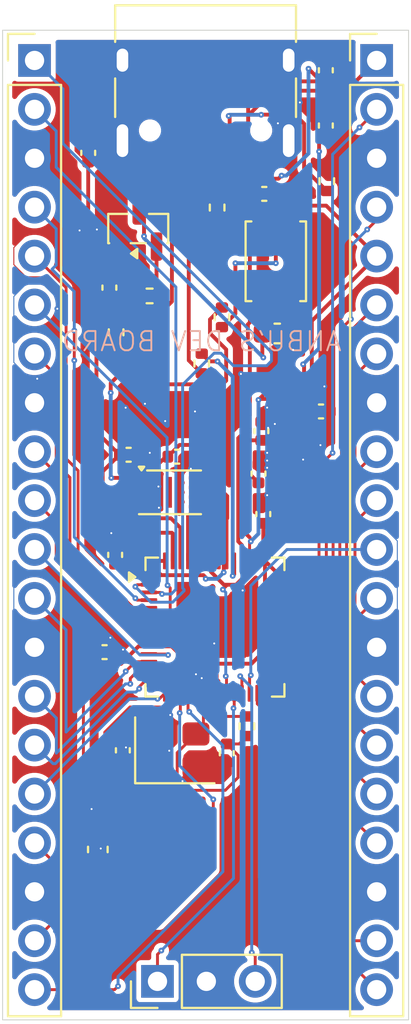
<source format=kicad_pcb>
(kicad_pcb (version 20241229) (generator "pcbnew") (generator_version "9.0")
  (layers (0 "F.Cu" signal) (2 "B.Cu" signal) (13 "F.Paste" user) (15 "B.Paste" user) (5 "F.SilkS" user "F.Silkscreen") (7 "B.SilkS" user "B.Silkscreen") (1 "F.Mask" user) (3 "B.Mask" user) (25 "Edge.Cuts" user))
  (net 0 "")
  (net 1 "GND")
  (net 2 "+1V1")
  (net 3 "+3V3")
  (net 4 "VBUS")
  (net 5 "Net-(C16-Pad2)")
  (net 6 "XIN")
  (net 7 "USB_D-")
  (net 8 "Net-(J1-CC2)")
  (net 9 "Net-(J1-CC1)")
  (net 10 "USB_D+")
  (net 11 "SWD")
  (net 12 "SWCLK")
  (net 13 "GPIO 13")
  (net 14 "GPIO 5")
  (net 15 "GPIO 11")
  (net 16 "GPIO 6")
  (net 17 "GPIO 3")
  (net 18 "GPIO 8")
  (net 19 "GPIO 0")
  (net 20 "GPIO 4")
  (net 21 "GPIO 1")
  (net 22 "GPIO 15")
  (net 23 "GPIO 7")
  (net 24 "GPIO 10")
  (net 25 "GPIO 2")
  (net 26 "GPIO 14")
  (net 27 "GPIO 12")
  (net 28 "GPIO 9")
  (net 29 "GPIO 18")
  (net 30 "GPIO 29_ADC3")
  (net 31 "GPIO 20")
  (net 32 "GPIO 21")
  (net 33 "RUN")
  (net 34 "GPIO 26_ADC0")
  (net 35 "GPIO 16")
  (net 36 "GPIO 17")
  (net 37 "GPIO 24")
  (net 38 "GPIO 19")
  (net 39 "GPIO 28_ADC2")
  (net 40 "GPIO 22")
  (net 41 "GPIO 23")
  (net 42 "GPIO 27_ADC1")
  (net 43 "Net-(U1-USB_DP)")
  (net 44 "Net-(U1-USB_DM)")
  (net 45 "QSPI_SS")
  (net 46 "Net-(R6-Pad1)")
  (net 47 "XOUT")
  (net 48 "QSPI_SD0")
  (net 49 "QSPI_SD2")
  (net 50 "QSPI_SCLK")
  (net 52 "QSPI_SD3")
  (net 53 "QSPI_SD1")
  (footprint "Resistor_SMD:R_0402_1005Metric" (layer "F.Cu") (at 157.74 60.35)
    (property "Reference" "R5" (hide yes))
    (property "Value" "10K")
  )
  (footprint "Capacitor_SMD:C_0402_1005Metric" (layer "F.Cu") (at 163.65 71.68 90)
    (property "Reference" "C6" (hide yes))
    (property "Value" "0.1 uF")
  )
  (footprint "Connector_PinHeader_2.54mm:PinHeader_1x03_P2.54mm_Vertical" (layer "F.Cu") (at 158.15 95.95 90)
    (property "Reference" "J2" (hide yes))
    (property "Value" "Conn_01x03_Pin" (hide yes))
  )
  (footprint "Capacitor_SMD:C_0402_1005Metric" (layer "F.Cu") (at 156.35 83.95 -90)
    (property "Reference" "C17" (hide yes))
    (property "Value" "33 pF" (hide yes))
  )
  (footprint "Capacitor_SMD:C_0603_1608Metric" (layer "F.Cu") (at 155.05 89.1 90)
    (property "Reference" "C14" (hide yes))
    (property "Value" "10 uF" (hide yes))
  )
  (footprint "Package_DFN_QFN:QFN-56-1EP_7x7mm_P0.4mm_EP3.2x3.2mm" (layer "F.Cu") (at 161.1375 77.55)
    (property "Reference" "U1" (hide yes))
    (property "Value" "RP2040" (hide yes))
  )
  (footprint "Resistor_SMD:R_0402_1005Metric" (layer "F.Cu") (at 161.25 55.76 90)
    (property "Reference" "R2" (hide yes))
    (property "Value" "27")
  )
  (footprint "Connector_USB:USB_C_Receptacle_HRO_TYPE-C-31-M-12" (layer "F.Cu") (at 160.65 49.155 180)
    (property "Reference" "J1" (hide yes))
    (property "Value" "USB_C_Receptacle_USB2.0_14P" (hide yes))
  )
  (footprint "Capacitor_SMD:C_0402_1005Metric" (layer "F.Cu") (at 159.17 68.7)
    (property "Reference" "C15" (hide yes))
    (property "Value" "0.1 uF")
  )
  (footprint "Resistor_SMD:R_0402_1005Metric" (layer "F.Cu") (at 156 62.24 90)
    (property "Reference" "R4" (hide yes))
    (property "Value" "5.1K")
  )
  (footprint "Capacitor_SMD:C_0402_1005Metric" (layer "F.Cu") (at 155.95 73.8 90)
    (property "Reference" "C12" (hide yes))
    (property "Value" "0.1 uF")
  )
  (footprint "Package_SON:Winbond_USON-8-1EP_3x2mm_P0.5mm_EP0.2x1.6mm" (layer "F.Cu") (at 158.8 70.55)
    (property "Reference" "U3" (hide yes))
    (property "Value" "W25Q16JVSS" (hide yes))
  )
  (footprint "Crystal:Crystal_SMD_3225-4Pin_3.2x2.5mm" (layer "F.Cu") (at 159.05 83.95)
    (property "Reference" "Y1" (hide yes))
    (property "Value" "12 MHz" (hide yes))
  )
  (footprint "Capacitor_SMD:C_0402_1005Metric" (layer "F.Cu") (at 156.65 68.6)
    (property "Reference" "C10" (hide yes))
    (property "Value" "0.1 uF")
  )
  (footprint "Capacitor_SMD:C_0402_1005Metric" (layer "F.Cu") (at 155.4 78.85)
    (property "Reference" "C7" (hide yes))
    (property "Value" "0.1 uF")
  )
  (footprint "Connector_PinHeader_2.54mm:PinHeader_1x20_P2.54mm_Vertical" (layer "F.Cu") (at 169.54 48.12)
    (property "Reference" "J6" (hide yes))
    (property "Value" "Conn_01x20_Pin" (hide yes))
  )
  (footprint "Resistor_SMD:R_0402_1005Metric" (layer "F.Cu") (at 166.95 54.39 90)
    (property "Reference" "R3" (hide yes))
    (property "Value" "5.1K")
  )
  (footprint "Connector_PinHeader_2.54mm:PinHeader_1x20_P2.54mm_Vertical" (layer "F.Cu") (at 151.76 48.12)
    (property "Reference" "J3" (hide yes))
    (property "Value" "Conn_01x20_Pin" (hide yes))
  )
  (footprint "Resistor_SMD:R_0402_1005Metric" (layer "F.Cu") (at 161.5 61.46 90)
    (property "Reference" "R6" (hide yes))
    (property "Value" "1K")
  )
  (footprint "Resistor_SMD:R_0402_1005Metric" (layer "F.Cu") (at 162.8 82.7 90)
    (property "Reference" "R7" (hide yes))
    (property "Value" "1K" (hide yes))
  )
  (footprint "Capacitor_SMD:C_0402_1005Metric" (layer "F.Cu") (at 161.75 84.1 90)
    (property "Reference" "C16" (hide yes))
    (property "Value" "33 pF" (hide yes))
  )
  (footprint "Capacitor_SMD:C_0402_1005Metric" (layer "F.Cu") (at 163.4 69.58 90)
    (property "Reference" "C1" (hide yes))
    (property "Value" "1 uF")
  )
  (footprint "Capacitor_SMD:C_0402_1005Metric" (layer "F.Cu") (at 166.65 66.35)
    (property "Reference" "C5" (hide yes))
    (property "Value" "0.1 uF")
  )
  (footprint "Capacitor_SMD:C_0402_1005Metric" (layer "F.Cu") (at 166.9 51.5 90)
    (property "Reference" "C3" (hide yes))
    (property "Value" "0.1 uF")
  )
  (footprint "Resistor_SMD:R_0402_1005Metric" (layer "F.Cu") (at 160.45 63.86 90)
    (property "Reference" "R1" (hide yes))
    (property "Value" "27")
  )
  (footprint "Capacitor_SMD:C_0603_1608Metric" (layer "F.Cu") (at 164.375 62.3)
    (property "Reference" "C13" (hide yes))
    (property "Value" "10 uF")
  )
  (footprint "Capacitor_SMD:C_0402_1005Metric" (layer "F.Cu") (at 163.7 55.05)
    (property "Reference" "C11" (hide yes))
    (property "Value" "0.1 uF")
  )
  (footprint "Capacitor_SMD:C_0402_1005Metric" (layer "F.Cu") (at 163.55 67.37 90)
    (property "Reference" "C2" (hide yes))
    (property "Value" "0.1 uF")
  )
  (footprint "Capacitor_SMD:C_0402_1005Metric" (layer "F.Cu") (at 166.9 48.63 90)
    (property "Reference" "C9" (hide yes))
    (property "Value" "0.1 uF")
  )
  (footprint "Capacitor_SMD:C_0402_1005Metric" (layer "F.Cu") (at 154.55 52.92 90)
    (property "Reference" "C8" (hide yes))
    (property "Value" "0.1 uF")
  )
  (footprint "Button_Switch_SMD:SW_Push_SPST_NO_Alps_SKRK" (layer "F.Cu") (at 164.3 58.55 90)
    (property "Reference" "SW1" (hide yes))
    (property "Value" "SW_Push")
  )
  (footprint "Package_TO_SOT_SMD:SOT-23" (layer "F.Cu") (at 157.15 56.85 90)
    (property "Reference" "U2" (hide yes))
    (property "Value" "MCP1700x-330xxTT")
  )
  (footprint "Capacitor_SMD:C_0402_1005Metric" (layer "F.Cu") (at 155.65 59.92 90)
    (property "Reference" "C4" (hide yes))
    (property "Value" "1 uF")
  )
  (gr_rect (start 150.1 46.55) (end 171.2 97.95) (stroke (width 0.05)) (fill no) (layer "Edge.Cuts"))
  (gr_text "ANBU'S DEV BOARD" (at 167.8 63.3 0) (layer "B.SilkS") (effects (font (size 1 1) (thickness 0.1)) (justify left bottom mirror)))
  (segment (start 166.62 66.86) (end 166.62 68.1) (width 0.05) (layer "F.Cu") (net 1))
  (segment (start 155.05 56.95) (end 155.3625 56.95) (width 0.05) (layer "F.Cu") (net 1))
  (segment (start 164.585516 70.574483) (end 163.959999 71.2) (width 0.05) (layer "F.Cu") (net 1))
  (segment (start 166.825 65.225) (end 167.13 65.53) (width 0.05) (layer "F.Cu") (net 1))
  (segment (start 155 56.9) (end 155.05 56.95) (width 0.05) (layer "F.Cu") (net 1))
  (segment (start 162.487335 64.400999) (end 162.487335 64.443699) (width 0.05) (layer "F.Cu") (net 1))
  (segment (start 155.7 78.1) (end 155.88 78.28) (width 0.05) (layer "F.Cu") (net 1))
  (segment (start 163.959999 71.2) (end 163.65 71.2) (width 0.05) (layer "F.Cu") (net 1))
  (segment (start 164.97 48.105) (end 167.095 48.105) (width 0.05) (layer "F.Cu") (net 1))
  (segment (start 160.1375 80.513836) (end 160.1375 80.9875) (width 0.05) (layer "F.Cu") (net 1))
  (segment (start 160.15 84.8) (end 161.53 84.8) (width 0.05) (layer "F.Cu") (net 1))
  (segment (start 164.14 66.89) (end 163.55 66.89) (width 0.05) (layer "F.Cu") (net 1))
  (segment (start 163.4 69.1) (end 163.575 69.275) (width 0.05) (layer "F.Cu") (net 1))
  (segment (start 157.95 83.1) (end 158.814823 82.235177) (width 0.05) (layer "F.Cu") (net 1))
  (segment (start 156.228328 78.85) (end 156.358643 78.719685) (width 0.05) (layer "F.Cu") (net 1))
  (segment (start 163.65 69.1) (end 163.85 68.9) (width 0.05) (layer "F.Cu") (net 1))
  (segment (start 156.35 83.638842) (end 156.511158 83.8) (width 0.05) (layer "F.Cu") (net 1))
  (segment (start 155.88 78.28) (end 155.88 78.85) (width 0.05) (layer "F.Cu") (net 1))
  (segment (start 163.4 69.1) (end 165.47 69.1) (width 0.05) (layer "F.Cu") (net 1))
  (segment (start 165.15 61.5) (end 164.3 60.65) (width 0.05) (layer "F.Cu") (net 1))
  (segment (start 151.76 65.9) (end 151.76 64.79) (width 0.05) (layer "F.Cu") (net 1))
  (segment (start 156.35 83.47) (end 156.35 83.638842) (width 0.05) (layer "F.Cu") (net 1))
  (segment (start 157.95 83.1) (end 158.762309 83.912309) (width 0.05) (layer "F.Cu") (net 1))
  (segment (start 165.15 62.3) (end 165.15 61.5) (width 0.05) (layer "F.Cu") (net 1))
  (segment (start 152.943967 61.015518) (end 152.943967 60.094273) (width 0.05) (layer "F.Cu") (net 1))
  (segment (start 155.05 87.35) (end 155.05 88.325) (width 0.05) (layer "F.Cu") (net 1))
  (segment (start 159.65 69.091561) (end 159.883439 69.325) (width 0.05) (layer "F.Cu") (net 1))
  (segment (start 150.684 58.725694) (end 150.684 57.834306) (width 0.05) (layer "F.Cu") (net 1))
  (segment (start 161.53 84.8) (end 161.75 84.58) (width 0.05) (layer "F.Cu") (net 1))
  (segment (start 151.314306 59.356) (end 150.684 58.725694) (width 0.05) (layer "F.Cu") (net 1))
  (segment (start 163.575 69.275) (end 163.85 69.275) (width 0.05) (layer "F.Cu") (net 1))
  (segment (start 163.4 69.1) (end 163.4 68.95) (width 0.05) (layer "F.Cu") (net 1))
  (segment (start 159.45 85.55) (end 159.45 85.5) (width 0.05) (layer "F.Cu") (net 1))
  (segment (start 156.494479 66.155521) (end 157.294479 66.155521) (width 0.2) (layer "F.Cu") (net 1))
  (segment (start 165.85 50.3) (end 166.57 51.02) (width 0.05) (layer "F.Cu") (net 1))
  (segment (start 163.4 69.1) (end 163.65 69.1) (width 0.05) (layer "F.Cu") (net 1))
  (segment (start 155.05 88.325) (end 155.05 88.9) (width 0.05) (layer "F.Cu") (net 1))
  (segment (start 157.840798 71.3) (end 158.2 70.940798) (width 0.2) (layer "F.Cu") (net 1))
  (segment (start 155.95 73.32) (end 155.95 72.870595) (width 0.05) (layer "F.Cu") (net 1))
  (segment (start 165.55 50.3) (end 165.85 50.3) (width 0.05) (layer "F.Cu") (net 1))
  (segment (start 164.585516 70.285516) (end 164.585516 70.574483) (width 0.05) (layer "F.Cu") (net 1))
  (segment (start 150.684 57.834306) (end 151.568306 56.95) (width 0.05) (layer "F.Cu") (net 1))
  (segment (start 167.13 65.53) (end 167.13 66.35) (width 0.05) (layer "F.Cu") (net 1))
  (segment (start 151.76 64.79) (end 151.9 64.65) (width 0.05) (layer "F.Cu") (net 1))
  (segment (start 162.575521 75.646148) (end 162.575521 76.111979) (width 0.05) (layer "F.Cu") (net 1))
  (segment (start 160.581034 66.35) (end 160.1 66.35) (width 0.05) (layer "F.Cu") (net 1))
  (segment (start 162.575521 76.111979) (end 161.1375 77.55) (width 0.05) (layer "F.Cu") (net 1))
  (segment (start 164.408403 51.723403) (end 164.408403 51.384) (width 0.05) (layer "F.Cu") (net 1))
  (segment (start 155.88 78.85) (end 156.228328 78.85) (width 0.05) (layer "F.Cu") (net 1))
  (segment (start 161.1 77.5875) (end 161.1 78.4) (width 0.05) (layer "F.Cu") (net 1))
  (segment (start 163.85 71) (end 163.65 71.2) (width 0.05) (layer "F.Cu") (net 1))
  (segment (start 154.725 87.025) (end 155.05 87.35) (width 0.05) (layer "F.Cu") (net 1))
  (segment (start 166.57 51.02) (end 166.9 51.02) (width 0.05) (layer "F.Cu") (net 1))
  (segment (start 161.1375 77.55) (end 161.1 77.5875) (width 0.05) (layer "F.Cu") (net 1))
  (segment (start 163.4 69.1) (end 164.585516 70.285516) (width 0.05) (layer "F.Cu") (net 1))
  (segment (start 157.375 71.3) (end 157.840798 71.3) (width 0.2) (layer "F.Cu") (net 1))
  (segment (start 157.294479 66.155521) (end 157.5 65.95) (width 0.2) (layer "F.Cu") (net 1))
  (segment (start 166.825 65.05) (end 166.825 65.225) (width 0.05) (layer "F.Cu") (net 1))
  (segment (start 163.4 68.95) (end 163.85 68.5) (width 0.05) (layer "F.Cu") (net 1))
  (segment (start 157.23 68.5) (end 157.13 68.6) (width 0.2) (layer "F.Cu") (net 1))
  (segment (start 158.2 71.325) (end 158.2 70.25) (width 0.05) (layer "F.Cu") (net 1))
  (segment (start 159.45 85.5) (end 160.15 84.8) (width 0.05) (layer "F.Cu") (net 1))
  (segment (start 151.568306 56.95) (end 154.1 56.95) (width 0.05) (layer "F.Cu") (net 1))
  (segment (start 160.1 66.35) (end 159.6 66.85) (width 0.05) (layer "F.Cu") (net 1))
  (segment (start 157.75 68.5) (end 157.23 68.5) (width 0.2) (layer "F.Cu") (net 1))
  (segment (start 160.15 80) (end 160.1375 80.0125) (width 0.05) (layer "F.Cu") (net 1))
  (segment (start 163.55 66.89) (end 163.59 66.89) (width 0.05) (layer "F.Cu") (net 1))
  (segment (start 158.225 71.35) (end 158.2 71.325) (width 0.05) (layer "F.Cu") (net 1))
  (segment (start 163.55 66.45) (end 163.85 66.15) (width 0.05) (layer "F.Cu") (net 1))
  (segment (start 158.814823 82.235177) (end 158.814823 82.116165) (width 0.05) (layer "F.Cu") (net 1))
  (segment (start 157.95 71.3) (end 157.375 71.3) (width 0.2) (layer "F.Cu") (net 1))
  (segment (start 167.095 48.105) (end 167.35 47.85) (width 0.05) (layer "F.Cu") (net 1))
  (segment (start 159.65 68.7) (end 159.65 69.091561) (width 0.05) (layer "F.Cu") (net 1))
  (segment (start 160.1375 80.0125) (end 160.1375 80.9875) (width 0.05) (layer "F.Cu") (net 1))
  (segment (start 167.13 66.35) (end 166.62 66.86) (width 0.05) (layer "F.Cu") (net 1))
  (segment (start 159.6 66.85) (end 158.55 66.85) (width 0.05) (layer "F.Cu") (net 1))
  (segment (start 165.15 62.95) (end 165.15 62.3) (width 0.05) (layer "F.Cu") (net 1))
  (segment (start 165.47 69.1) (end 165.72 68.85) (width 0.05) (layer "F.Cu") (net 1))
  (segment (start 165.2 63.15) (end 165.2 63) (width 0.05) (layer "F.Cu") (net 1))
  (segment (start 165.2 63) (end 165.15 62.95) (width 0.05) (layer "F.Cu") (net 1))
  (segment (start 160.449799 80.201537) (end 160.1375 80.513836) (width 0.05) (layer "F.Cu") (net 1))
  (segment (start 158.2 70.940798) (end 158.2 70.25) (width 0.2) (layer "F.Cu") (net 1))
  (segment (start 154.725 87) (end 154.725 87.025) (width 0.05) (layer "F.Cu") (net 1))
  (segment (start 155.05 88.9) (end 155.2 89.05) (width 0.05) (layer "F.Cu") (net 1))
  (segment (start 163.85 70.7) (end 163.85 71) (width 0.05) (layer "F.Cu") (net 1))
  (segment (start 152.205694 59.356) (end 151.314306 59.356) (width 0.05) (layer "F.Cu") (net 1))
  (segment (start 152.943967 60.094273) (end 152.205694 59.356) (width 0.05) (layer "F.Cu") (net 1))
  (segment (start 163.55 66.89) (end 163.55 66.45) (width 0.05) (layer "F.Cu") (net 1))
  (segment (start 162.487335 64.443699) (end 160.581034 66.35) (width 0.05) (layer "F.Cu") (net 1))
  (segment (start 164.97 52.285) (end 164.408403 51.723403) (width 0.05) (layer "F.Cu") (net 1))
  (segment (start 164.25 67) (end 164.14 66.89) (width 0.05) (layer "F.Cu") (net 1))
  (segment (start 158.762309 83.912309) (end 158.762309 83.970474) (width 0.05) (layer "F.Cu") (net 1))
  (segment (start 163.59 66.89) (end 163.9 67.2) (width 0.05) (layer "F.Cu") (net 1))
  (segment (start 155.3625 56.95) (end 156.2 57.7875) (width 0.05) (layer "F.Cu") (net 1))
  (segment (start 155.95 72.870595) (end 155.75 72.670595) (width 0.05) (layer "F.Cu") (net 1))
  (via micro (at 156.511158 83.8) (size 0.3) (drill 0.1) (layers "F.Cu" "B.Cu") (net 1))
  (via micro (at 155.75 72.670595) (size 0.3) (drill 0.1) (layers "F.Cu" "B.Cu") (net 1))
  (via micro (at 163.85 68.9) (size 0.3) (drill 0.1) (layers "F.Cu" "B.Cu") (net 1))
  (via micro (at 160.1 66.35) (size 0.3) (drill 0.1) (layers "F.Cu" "B.Cu") (net 1))
  (via micro (at 165.72 68.85) (size 0.3) (drill 0.1) (layers "F.Cu" "B.Cu") (net 1))
  (via micro (at 163.85 69.275) (size 0.3) (drill 0.1) (layers "F.Cu" "B.Cu") (net 1))
  (via micro (at 165.55 50.3) (size 0.3) (drill 0.1) (layers "F.Cu" "B.Cu") (net 1))
  (via micro (at 166.62 68.1) (size 0.3) (drill 0.1) (layers "F.Cu" "B.Cu") (net 1))
  (via micro (at 164.25 67) (size 0.3) (drill 0.1) (layers "F.Cu" "B.Cu") (net 1))
  (via micro (at 154.1 56.95) (size 0.3) (drill 0.1) (layers "F.Cu" "B.Cu") (net 1))
  (via micro (at 163.85 68.5) (size 0.3) (drill 0.1) (layers "F.Cu" "B.Cu") (net 1))
  (via micro (at 156.494479 66.155521) (size 0.3) (drill 0.1) (layers "F.Cu" "B.Cu") (net 1))
  (via micro (at 157.75 68.5) (size 0.3) (drill 0.1) (layers "F.Cu" "B.Cu") (net 1))
  (via micro (at 162.575521 75.646148) (size 0.3) (drill 0.1) (layers "F.Cu" "B.Cu") (net 1))
  (via micro (at 158.55 66.85) (size 0.3) (drill 0.1) (layers "F.Cu" "B.Cu") (net 1))
  (via micro (at 157.5 65.95) (size 0.3) (drill 0.1) (layers "F.Cu" "B.Cu") (net 1))
  (via micro (at 155.7 78.1) (size 0.3) (drill 0.1) (layers "F.Cu" "B.Cu") (net 1))
  (via micro (at 164.408403 51.384) (size 0.3) (drill 0.1) (layers "F.Cu" "B.Cu") (net 1))
  (via micro (at 155.2 89.05) (size 0.3) (drill 0.1) (layers "F.Cu" "B.Cu") (net 1))
  (via micro (at 158.2 70.25) (size 0.3) (drill 0.1) (layers "F.Cu" "B.Cu") (net 1))
  (via micro (at 160.449799 80.201537) (size 0.3) (drill 0.1) (layers "F.Cu" "B.Cu") (net 1))
  (via micro (at 162.575521 75.646148) (size 0.3) (drill 0.1) (layers "F.Cu" "B.Cu") (net 1))
  (via micro (at 152.943967 61.015518) (size 0.3) (drill 0.1) (layers "F.Cu" "B.Cu") (net 1))
  (via micro (at 158.762309 83.970474) (size 0.3) (drill 0.1) (layers "F.Cu" "B.Cu") (net 1))
  (via micro (at 166.825 65.05) (size 0.3) (drill 0.1) (layers "F.Cu" "B.Cu") (net 1))
  (via micro (at 161.1 78.4) (size 0.3) (drill 0.1) (layers "F.Cu" "B.Cu") (net 1))
  (via micro (at 156.358643 78.719685) (size 0.3) (drill 0.1) (layers "F.Cu" "B.Cu") (net 1))
  (via micro (at 155 56.9) (size 0.3) (drill 0.1) (layers "F.Cu" "B.Cu") (net 1))
  (via micro (at 163.9 67.2) (size 0.3) (drill 0.1) (layers "F.Cu" "B.Cu") (net 1))
  (via micro (at 160.15 80) (size 0.3) (drill 0.1) (layers "F.Cu" "B.Cu") (net 1))
  (via micro (at 154.725 87) (size 0.3) (drill 0.1) (layers "F.Cu" "B.Cu") (net 1))
  (via micro (at 165.2 63.15) (size 0.3) (drill 0.1) (layers "F.Cu" "B.Cu") (net 1))
  (via micro (at 159.45 85.55) (size 0.3) (drill 0.1) (layers "F.Cu" "B.Cu") (net 1))
  (via micro (at 163.85 66.15) (size 0.3) (drill 0.1) (layers "F.Cu" "B.Cu") (net 1))
  (via micro (at 151.9 64.65) (size 0.3) (drill 0.1) (layers "F.Cu" "B.Cu") (net 1))
  (via micro (at 158.814823 82.116165) (size 0.3) (drill 0.1) (layers "F.Cu" "B.Cu") (net 1))
  (via micro (at 159.883439 69.325) (size 0.3) (drill 0.1) (layers "F.Cu" "B.Cu") (net 1))
  (via micro (at 162.487335 64.400999) (size 0.3) (drill 0.1) (layers "F.Cu" "B.Cu") (net 1))
  (via micro (at 158.225 71.35) (size 0.3) (drill 0.1) (layers "F.Cu" "B.Cu") (net 1))
  (via micro (at 163.85 70.7) (size 0.3) (drill 0.1) (layers "F.Cu" "B.Cu") (net 1))
  (segment (start 166.825 68.606745) (end 166.825 65.05) (width 0.05) (layer "B.Cu") (net 1))
  (segment (start 155.2 89.05) (end 158.7 85.55) (width 0.05) (layer "B.Cu") (net 1))
  (segment (start 158.762309 84.862309) (end 159.45 85.55) (width 0.05) (layer "B.Cu") (net 1))
  (segment (start 154.1 56.95) (end 154.95 56.95) (width 0.05) (layer "B.Cu") (net 1))
  (segment (start 150.684 63.805694) (end 150.684 60.374306) (width 0.05) (layer "B.Cu") (net 1))
  (segment (start 163.85 68.9) (end 163.85 68.15) (width 0.05) (layer "B.Cu") (net 1))
  (segment (start 154.725 88.335) (end 154.725 87) (width 0.05) (layer "B.Cu") (net 1))
  (segment (start 150.684 60.374306) (end 151.314306 59.744) (width 0.05) (layer "B.Cu") (net 1))
  (segment (start 162.582744 64.400999) (end 162.487335 64.400999) (width 0.05) (layer "B.Cu") (net 1))
  (segment (start 165.530322 72.444) (end 162.575521 75.398801) (width 0.05) (layer "B.Cu") (net 1))
  (segment (start 158.65 66.75) (end 158.65 66.2) (width 0.05) (layer "B.Cu") (net 1))
  (segment (start 158.814823 82.116165) (end 158.814823 81.836513) (width 0.05) (layer "B.Cu") (net 1))
  (segment (start 162.575521 75.398801) (end 162.575521 75.646148) (width 0.05) (layer "B.Cu") (net 1))
  (segment (start 165.492403 50.3) (end 165.55 50.3) (width 0.05) (layer "B.Cu") (net 1))
  (segment (start 152.75 92.29) (end 151.76 91.3) (width 0.05) (layer "B.Cu") (net 1))
  (segment (start 158.4 65.95) (end 158.65 66.2) (width 0.2) (layer "B.Cu") (net 1))
  (segment (start 151.9 64.65) (end 151.528306 64.65) (width 0.05) (layer "B.Cu") (net 1))
  (segment (start 166.62 68.1) (end 165.8 68.1) (width 0.05) (layer "B.Cu") (net 1))
  (segment (start 157.75 69.8) (end 157.75 68.5) (width 0.2) (layer "B.Cu") (net 1))
  (segment (start 159.59 97.05) (end 156.418255 97.05) (width 0.05) (layer "B.Cu") (net 1))
  (segment (start 167.405745 68.876) (end 167.094255 68.876) (width 0.05) (layer "B.Cu") (net 1))
  (segment (start 159.883439 69.325) (end 160.1 69.108439) (width 0.05) (layer "B.Cu") (net 1))
  (segment (start 163.85 67.25) (end 163.85 68.5) (width 0.05) (layer "B.Cu") (net 1))
  (segment (start 163.85 69.275) (end 163.85 65.668255) (width 0.05) (layer "B.Cu") (net 1))
  (segment (start 156.511158 83.8) (end 156.681632 83.970474) (width 0.05) (layer "B.Cu") (net 1))
  (segment (start 161.1 79.05) (end 160.15 80) (width 0.05) (layer "B.Cu") (net 1))
  (segment (start 165.2 63.911745) (end 165.2 63.15) (width 0.05) (layer "B.Cu") (net 1))
  (segment (start 152.196 74.596) (end 155.7 78.1) (width 0.05) (layer "B.Cu") (net 1))
  (segment (start 169.985694 72.444) (end 165.530322 72.444) (width 0.05) (layer "B.Cu") (net 1))
  (segment (start 163.85 66.15) (end 163.85 74.075) (width 0.05) (layer "B.Cu") (net 1))
  (segment (start 154.95 56.95) (end 155 56.9) (width 0.05) (layer "B.Cu") (net 1))
  (segment (start 151.76 78.6) (end 150.684 77.524) (width 0.05) (layer "B.Cu") (net 1))
  (segment (start 158.814823 81.836513) (end 160.449799 80.201537) (width 0.05) (layer "B.Cu") (net 1))
  (segment (start 165.8 68.77) (end 165.8 68.1) (width 0.05) (layer "B.Cu") (net 1))
  (segment (start 169.54 65.9) (end 169.54 66.741745) (width 0.05) (layer "B.Cu") (net 1))
  (segment (start 157.75 68.5) (end 156.6 67.35) (width 0.2) (layer "B.Cu") (net 1))
  (segment (start 152.943967 60.482273) (end 152.943967 61.015518) (width 0.05) (layer "B.Cu") (net 1))
  (segment (start 152.75 93.381745) (end 152.75 92.29) (width 0.05) (layer "B.Cu") (net 1))
  (segment (start 156.6 67.35) (end 156.6 66.25) (width 0.2) (layer "B.Cu") (net 1))
  (segment (start 165.72 68.85) (end 165.8 68.77) (width 0.05) (layer "B.Cu") (net 1))
  (segment (start 156.681632 83.970474) (end 158.762309 83.970474) (width 0.05) (layer "B.Cu") (net 1))
  (segment (start 155.75 72.670595) (end 156.904405 72.670595) (width 0.05) (layer "B.Cu") (net 1))
  (segment (start 158.55 66.85) (end 158.65 66.75) (width 0.05) (layer "B.Cu") (net 1))
  (segment (start 163.85 74.075) (end 162.575521 75.349479) (width 0.05) (layer "B.Cu") (net 1))
  (segment (start 158.7 85.55) (end 159.45 85.55) (width 0.05) (layer "B.Cu") (net 1))
  (segment (start 162.575521 75.349479) (end 162.575521 75.646148) (width 0.05) (layer "B.Cu") (net 1))
  (segment (start 156.6 66.25) (end 156.588958 66.25) (width 0.2) (layer "B.Cu") (net 1))
  (segment (start 163.85 68.5) (end 163.85 70.7) (width 0.05) (layer "B.Cu") (net 1))
  (segment (start 160.69 95.95) (end 159.59 97.05) (width 0.05) (layer "B.Cu") (net 1))
  (segment (start 167.094255 68.876) (end 166.825 68.606745) (width 0.05) (layer "B.Cu") (net 1))
  (segment (start 157.5 65.95) (end 158.4 65.95) (width 0.2) (layer "B.Cu") (net 1))
  (segment (start 169.54 78.6) (end 170.616 77.524) (width 0.05) (layer "B.Cu") (net 1))
  (segment (start 151.314306 74.596) (end 152.196 74.596) (width 0.05) (layer "B.Cu") (net 1))
  (segment (start 166.825 65.05) (end 166.338255 65.05) (width 0.05) (layer "B.Cu") (net 1))
  (segment (start 151.76 91.3) (end 154.725 88.335) (width 0.05) (layer "B.Cu") (net 1))
  (segment (start 165.8 68.1) (end 165.35 68.1) (width 0.05) (layer "B.Cu") (net 1))
  (segment (start 156.904405 72.670595) (end 158.225 71.35) (width 0.05) (layer "B.Cu") (net 1))
  (segment (start 157.638958 80) (end 160.15 80) (width 0.05) (layer "B.Cu") (net 1))
  (segment (start 156.588958 66.25) (end 156.494479 66.155521) (width 0.2) (layer "B.Cu") (net 1))
  (segment (start 163.85 65.668255) (end 162.582744 64.400999) (width 0.05) (layer "B.Cu") (net 1))
  (segment (start 150.684 75.226306) (end 151.314306 74.596) (width 0.05) (layer "B.Cu") (net 1))
  (segment (start 156.358643 78.719685) (end 157.638958 80) (width 0.05) (layer "B.Cu") (net 1))
  (segment (start 158.762309 83.970474) (end 158.762309 84.862309) (width 0.05) (layer "B.Cu") (net 1))
  (segment (start 161.1 78.4) (end 161.1 79.05) (width 0.05) (layer "B.Cu") (net 1))
  (segment (start 163.85 68.15) (end 164.625 67.375) (width 0.05) (layer "B.Cu") (net 1))
  (segment (start 150.684 77.524) (end 150.684 75.226306) (width 0.05) (layer "B.Cu") (net 1))
  (segment (start 164.408403 51.384) (end 165.492403 50.3) (width 0.05) (layer "B.Cu") (net 1))
  (segment (start 164.625 67.375) (end 164.25 67) (width 0.05) (layer "B.Cu") (net 1))
  (segment (start 165.35 68.1) (end 164.625 67.375) (width 0.05) (layer "B.Cu") (net 1))
  (segment (start 163.9 67.2) (end 163.85 67.25) (width 0.05) (layer "B.Cu") (net 1))
  (segment (start 151.528306 64.65) (end 150.684 63.805694) (width 0.05) (layer "B.Cu") (net 1))
  (segment (start 152.205694 59.744) (end 152.943967 60.482273) (width 0.05) (layer "B.Cu") (net 1))
  (segment (start 158.2 70.25) (end 157.75 69.8) (width 0.2) (layer "B.Cu") (net 1))
  (segment (start 151.314306 59.744) (end 152.205694 59.744) (width 0.05) (layer "B.Cu") (net 1))
  (segment (start 166.338255 65.05) (end 165.2 63.911745) (width 0.05) (layer "B.Cu") (net 1))
  (segment (start 170.616 77.524) (end 170.616 73.074306) (width 0.05) (layer "B.Cu") (net 1))
  (segment (start 170.616 73.074306) (end 169.985694 72.444) (width 0.05) (layer "B.Cu") (net 1))
  (segment (start 160.1 69.108439) (end 160.1 66.35) (width 0.05) (layer "B.Cu") (net 1))
  (segment (start 156.418255 97.05) (end 152.75 93.381745) (width 0.05) (layer "B.Cu") (net 1))
  (segment (start 169.54 66.741745) (end 167.405745 68.876) (width 0.05) (layer "B.Cu") (net 1))
  (segment (start 160.9375 74.1125) (end 160.9375 74.6875) (width 0.2) (layer "F.Cu") (net 2))
  (segment (start 162.235274 75.35) (end 162.9375 74.647774) (width 0.2) (layer "F.Cu") (net 2))
  (segment (start 165.769 63.949) (end 165.72 63.9) (width 0.2) (layer "F.Cu") (net 2))
  (segment (start 163 73.1) (end 162.9375 73.1625) (width 0.15) (layer "F.Cu") (net 2))
  (segment (start 165.65 64.631) (end 165.769 64.512) (width 0.2) (layer "F.Cu") (net 2))
  (segment (start 162.75 72.7) (end 162.9395 72.8895) (width 0.2) (layer "F.Cu") (net 2))
  (segment (start 161.799998 75.35) (end 162.235274 75.35) (width 0.2) (layer "F.Cu") (net 2))
  (segment (start 162.9375 74.1125) (end 162.9375 74.647774) (width 0.2) (layer "F.Cu") (net 2))
  (segment (start 165.769 64.512) (end 165.769 64.1) (width 0.2) (layer "F.Cu") (net 2))
  (segment (start 161.7375 80.9875) (end 161.7375 80.1375) (width 0.15) (layer "F.Cu") (net 2))
  (segment (start 166.55 52.85) (end 166.55 52.33) (width 0.2) (layer "F.Cu") (net 2))
  (segment (start 162.9375 73.1625) (end 162.9375 74.1125) (width 0.15) (layer "F.Cu") (net 2))
  (segment (start 162.75 67.9) (end 162.75 69.41) (width 0.2) (layer "F.Cu") (net 2))
  (segment (start 162.9375 74.647774) (end 162.9385 74.646774) (width 0.2) (layer "F.Cu") (net 2))
  (segment (start 162.75 69.41) (end 163.4 70.06) (width 0.2) (layer "F.Cu") (net 2))
  (segment (start 162.95 67.85) (end 163.55 67.85) (width 0.2) (layer "F.Cu") (net 2))
  (segment (start 160.9375 74.6875) (end 161.6 75.35) (width 0.2) (layer "F.Cu") (net 2))
  (segment (start 162.75 67.9) (end 162.75 72.7) (width 0.2) (layer "F.Cu") (net 2))
  (segment (start 163.45 65.7) (end 163.4 65.75) (width 0.2) (layer "F.Cu") (net 2))
  (segment (start 165.15 67.85) (end 165.15 65.7) (width 0.2) (layer "F.Cu") (net 2))
  (segment (start 161.7 80.1) (end 161.75 80.05) (width 0.15) (layer "F.Cu") (net 2))
  (segment (start 161.55 75.599998) (end 161.799998 75.35) (width 0.15) (layer "F.Cu") (net 2))
  (segment (start 164.519 64.631) (end 165.65 64.631) (width 0.2) (layer "F.Cu") (net 2))
  (segment (start 162.75 67.9) (end 162.9 67.9) (width 0.2) (layer "F.Cu") (net 2))
  (segment (start 162.9 67.9) (end 162.95 67.85) (width 0.2) (layer "F.Cu") (net 2))
  (segment (start 163.55 67.85) (end 165.15 67.85) (width 0.2) (layer "F.Cu") (net 2))
  (segment (start 166.55 52.33) (end 166.9 51.98) (width 0.2) (layer "F.Cu") (net 2))
  (segment (start 165.769 64.1) (end 165.769 63.949) (width 0.2) (layer "F.Cu") (net 2))
  (segment (start 163.4 65.75) (end 164.519 64.631) (width 0.2) (layer "F.Cu") (net 2))
  (segment (start 161.6 75.35) (end 161.799998 75.35) (width 0.2) (layer "F.Cu") (net 2))
  (segment (start 161.7375 80.1375) (end 161.7 80.1) (width 0.15) (layer "F.Cu") (net 2))
  (segment (start 165.15 65.7) (end 163.45 65.7) (width 0.2) (layer "F.Cu") (net 2))
  (via micro (at 163 73.1) (size 0.3) (drill 0.1) (layers "F.Cu" "B.Cu") (net 2))
  (via micro (at 163.4 65.75) (size 0.3) (drill 0.1) (layers "F.Cu" "B.Cu") (net 2))
  (via micro (at 161.55 75.599998) (size 0.3) (drill 0.1) (layers "F.Cu" "B.Cu") (net 2))
  (via micro (at 166.55 52.85) (size 0.3) (drill 0.1) (layers "F.Cu" "B.Cu") (net 2))
  (via micro (at 165.72 63.9) (size 0.3) (drill 0.1) (layers "F.Cu" "B.Cu") (net 2))
  (via micro (at 161.7 80.1) (size 0.3) (drill 0.1) (layers "F.Cu" "B.Cu") (net 2))
  (segment (start 165.72 63.9) (end 166.55 63.07) (width 0.2) (layer "B.Cu") (net 2))
  (segment (start 163.4 72.7) (end 163 73.1) (width 0.2) (layer "B.Cu") (net 2))
  (segment (start 161.7 80.1) (end 161.7 75.749998) (width 0.15) (layer "B.Cu") (net 2))
  (segment (start 163.4 65.75) (end 163.4 72.7) (width 0.2) (layer "B.Cu") (net 2))
  (segment (start 166.55 63.07) (end 166.55 52.85) (width 0.2) (layer "B.Cu") (net 2))
  (segment (start 161.7 75.749998) (end 161.55 75.599998) (width 0.15) (layer "B.Cu") (net 2))
  (segment (start 163.8375 78.55) (end 163.7375 78.45) (width 0.05) (layer "F.Cu") (net 3))
  (segment (start 159.97655 68.089) (end 160.35 68.46245) (width 0.2) (layer "F.Cu") (net 3))
  (segment (start 166.921 55.661) (end 169.54 58.28) (width 0.2) (layer "F.Cu") (net 3))
  (segment (start 157.7 74.6) (end 157.2 74.6) (width 0.2) (layer "F.Cu") (net 3))
  (segment (start 158.1365 74.5135) (end 158.1365 74.646774) (width 0.2) (layer "F.Cu") (net 3))
  (segment (start 154.55 59.3) (end 155.65 60.4) (width 0.2) (layer "F.Cu") (net 3))
  (segment (start 163.65 72.16) (end 163.65 74.025) (width 0.2) (layer "F.Cu") (net 3))
  (segment (start 161.3375 80.9875) (end 161.3375 80.339955) (width 0.15) (layer "F.Cu") (net 3))
  (segment (start 159.301 68.089) (end 159.97655 68.089) (width 0.2) (layer "F.Cu") (net 3))
  (segment (start 156.253726 79.461) (end 157.164726 78.55) (width 0.2) (layer "F.Cu") (net 3))
  (segment (start 160.35 68.46245) (end 160.35 69.675) (width 0.2) (layer "F.Cu") (net 3))
  (segment (start 158.887811 78.55) (end 157.7 78.55) (width 0.2) (layer "F.Cu") (net 3))
  (segment (start 160.5365 74.8536) (end 160.69145 75.00855) (width 0.2) (layer "F.Cu") (net 3))
  (segment (start 159.2365 79.451) (end 159.2365 78.898689) (width 0.2) (layer "F.Cu") (net 3))
  (segment (start 154.55 53.4) (end 154.55 59.3) (width 0.2) (layer "F.Cu") (net 3))
  (segment (start 158.69 68.7) (end 158.5809 68.7) (width 0.2) (layer "F.Cu") (net 3))
  (segment (start 160.35 69.675) (end 160.225 69.8) (width 0.2) (layer "F.Cu") (net 3))
  (segment (start 158.6339 74.8536) (end 160.5365 74.8536) (width 0.2) (layer "F.Cu") (net 3))
  (segment (start 163.65 74.025) (end 163.7375 74.1125) (width 0.2) (layer "F.Cu") (net 3))
  (segment (start 157.164726 78.55) (end 157.7 78.55) (width 0.2) (layer "F.Cu") (net 3))
  (segment (start 163.22 55.05) (end 163.831 55.661) (width 0.2) (layer "F.Cu") (net 3))
  (segment (start 157.7 74.95) (end 157.7 74.6) (width 0.2) (layer "F.Cu") (net 3))
  (segment (start 166.804 49.206) (end 156.84645 49.206) (width 0.2) (layer "F.Cu") (net 3))
  (segment (start 155.531 79.461) (end 156.253726 79.461) (width 0.2) (layer "F.Cu") (net 3))
  (segment (start 158.1365 74.646774) (end 158.340726 74.851) (width 0.2) (layer "F.Cu") (net 3))
  (segment (start 161.7375 71.9296) (end 161.778 71.8891) (width 0.2) (layer "F.Cu") (net 3))
  (segment (start 158.1 57.7875) (end 158.1 59.48) (width 0.2) (layer "F.Cu") (net 3))
  (segment (start 166.17 61.65) (end 169.54 58.28) (width 0.2) (layer "F.Cu") (net 3))
  (segment (start 159.2365 78.898689) (end 158.887811 78.55) (width 0.2) (layer "F.Cu") (net 3))
  (segment (start 164.575 78.55) (end 163.8375 78.55) (width 0.05) (layer "F.Cu") (net 3))
  (segment (start 156.88 74.28) (end 155.95 74.28) (width 0.2) (layer "F.Cu") (net 3))
  (segment (start 161.25 79.451) (end 163.0385 79.451) (width 0.2) (layer "F.Cu") (net 3))
  (segment (start 154.978 67.408) (end 156.17 68.6) (width 0.2) (layer "F.Cu") (net 3))
  (segment (start 154.3 89.125) (end 154.3 79.47) (width 0.15) (layer "F.Cu") (net 3))
  (segment (start 155.87256 60.35) (end 154.978 61.24456) (width 0.2) (layer "F.Cu") (net 3))
  (segment (start 164.6 54.1) (end 164.439 54.261) (width 0.2) (layer "F.Cu") (net 3))
  (segment (start 164.009 54.261) (end 163.22 55.05) (width 0.2) (layer "F.Cu") (net 3))
  (segment (start 158.340726 74.851) (end 158.6313 74.851) (width 0.2) (layer "F.Cu") (net 3))
  (segment (start 155.65 60.4) (end 157.18 60.4) (width 0.2) (layer "F.Cu") (net 3))
  (segment (start 155.95 74.28) (end 155.3 73.63) (width 0.2) (layer "F.Cu") (net 3))
  (segment (start 157.23 60.35) (end 155.87256 60.35) (width 0.2) (layer "F.Cu") (net 3))
  (segment (start 166.17 69.64) (end 166.17 66.35) (width 0.2) (layer "F.Cu") (net 3))
  (segment (start 161.3375 80.339955) (end 161.25 80.252455) (width 0.15) (layer "F.Cu") (net 3))
  (segment (start 158.1 59.48) (end 157.23 60.35) (width 0.2) (layer "F.Cu") (net 3))
  (segment (start 161.593582 74.256418) (end 161.7375 74.1125) (width 0.2) (layer "F.Cu") (net 3))
  (segment (start 163.831 55.661) (end 166.921 55.661) (width 0.2) (layer "F.Cu") (net 3))
  (segment (start 158.69 68.7) (end 159.301 68.089) (width 0.2) (layer "F.Cu") (net 3))
  (segment (start 161.778 70.753002) (end 161.778 71.8891) (width 0.2) (layer "F.Cu") (net 3))
  (segment (start 161.25 80.252455) (end 161.25 79.451) (width 0.15) (layer "F.Cu") (net 3))
  (segment (start 160.69145 75.00855) (end 160.656801 75.043199) (width 0.2) (layer "F.Cu") (net 3))
  (segment (start 166.56 49.11) (end 166 48.55) (width 0.2) (layer "F.Cu") (net 3))
  (segment (start 158.0699 69.211) (end 156.781 69.211) (width 0.2) (layer "F.Cu") (net 3))
  (segment (start 154.92 78.85) (end 155.531 79.461) (width 0.2) (layer "F.Cu") (net 3))
  (segment (start 163.65 72.16) (end 166.17 69.64) (width 0.2) (layer "F.Cu") (net 3))
  (segment (start 154.978 61.24456) (end 154.978 67.408) (width 0.2) (layer "F.Cu") (net 3))
  (segment (start 158.6313 74.851) (end 158.6339 74.8536) (width 0.2) (layer "F.Cu") (net 3))
  (segment (start 166.17 66.35) (end 166.17 61.65) (width 0.2) (layer "F.Cu") (net 3))
  (segment (start 153.939 52.789) (end 154.55 53.4) (width 0.2) (layer "F.Cu") (net 3))
  (segment (start 155.05 89.875) (end 154.3 89.125) (width 0.15) (layer "F.Cu") (net 3))
  (segment (start 161.7375 74.1125) (end 161.7375 71.9296) (width 0.2) (layer "F.Cu") (net 3))
  (segment (start 158.5809 68.7) (end 158.0699 69.211) (width 0.2) (layer "F.Cu") (net 3))
  (segment (start 154.3 79.47) (end 154.92 78.85) (width 0.15) (layer "F.Cu") (net 3))
  (segment (start 155.3 73.63) (end 155.3 69.47) (width 0.2) (layer "F.Cu") (net 3))
  (segment (start 153.939 52.11345) (end 153.939 52.789) (width 0.2) (layer "F.Cu") (net 3))
  (segment (start 157.2 74.6) (end 156.88 74.28) (width 0.2) (layer "F.Cu") (net 3))
  (segment (start 163.7375 78.752) (end 163.7375 78.45) (width 0.2) (layer "F.Cu") (net 3))
  (segment (start 163.7375 78.45) (end 163.7375 74.1125) (width 0.2) (layer "F.Cu") (net 3))
  (segment (start 164.439 54.261) (end 164.009 54.261) (width 0.2) (layer "F.Cu") (net 3))
  (segment (start 156.84645 49.206) (end 153.939 52.11345) (width 0.2) (layer "F.Cu") (net 3))
  (segment (start 161.3375 74.1125) (end 161.7375 74.1125) (width 0.2) (layer "F.Cu") (net 3))
  (segment (start 159.2365 79.451) (end 161.25 79.451) (width 0.2) (layer "F.Cu") (net 3))
  (segment (start 163.3375 74.1125) (end 163.7375 74.1125) (width 0.15) (layer "F.Cu") (net 3))
  (segment (start 166.9 49.11) (end 166.804 49.206) (width 0.2) (layer "F.Cu") (net 3))
  (segment (start 161.593582 74.707187) (end 161.593582 74.256418) (width 0.2) (layer "F.Cu") (net 3))
  (segment (start 157.18 60.4) (end 157.23 60.35) (width 0.2) (layer "F.Cu") (net 3))
  (segment (start 164.575 74.95) (end 163.7375 74.1125) (width 0.2) (layer "F.Cu") (net 3))
  (segment (start 160.824998 69.8) (end 161.778 70.753002) (width 0.2) (layer "F.Cu") (net 3))
  (segment (start 155.3 69.47) (end 156.17 68.6) (width 0.2) (layer "F.Cu") (net 3))
  (segment (start 163.0385 79.451) (end 163.7375 78.752) (width 0.2) (layer "F.Cu") (net 3))
  (segment (start 157.7 74.95) (end 158.1365 74.5135) (width 0.2) (layer "F.Cu") (net 3))
  (segment (start 160.225 69.8) (end 160.824998 69.8) (width 0.2) (layer "F.Cu") (net 3))
  (segment (start 156.781 69.211) (end 156.17 68.6) (width 0.2) (layer "F.Cu") (net 3))
  (segment (start 166.9 49.11) (end 166.56 49.11) (width 0.2) (layer "F.Cu") (net 3))
  (via micro (at 164.6 54.1) (size 0.3) (drill 0.1) (layers "F.Cu" "B.Cu") (net 3))
  (via micro (at 160.656801 75.043199) (size 0.3) (drill 0.1) (layers "F.Cu" "B.Cu") (net 3))
  (via micro (at 161.593582 74.707187) (size 0.3) (drill 0.1) (layers "F.Cu" "B.Cu") (net 3))
  (via micro (at 166 48.55) (size 0.3) (drill 0.1) (layers "F.Cu" "B.Cu") (net 3))
  (segment (start 161.25757 75.043199) (end 161.593582 74.707187) (width 0.2) (layer "B.Cu") (net 3))
  (segment (start 164.85 54.1) (end 164.6 54.1) (width 0.2) (layer "B.Cu") (net 3))
  (segment (start 166 48.55) (end 166 52.95) (width 0.2) (layer "B.Cu") (net 3))
  (segment (start 160.656801 75.043199) (end 161.25757 75.043199) (width 0.2) (layer "B.Cu") (net 3))
  (segment (start 166 52.95) (end 164.85 54.1) (width 0.2) (layer "B.Cu") (net 3))
  (segment (start 159.7839 49.949) (end 162.4661 49.949) (width 0.2) (layer "F.Cu") (net 4))
  (segment (start 158.449 52.951) (end 158.449 51.2839) (width 0.2) (layer "F.Cu") (net 4))
  (segment (start 162.864 52.964) (end 163.1 53.2) (width 0.2) (layer "F.Cu") (net 4))
  (segment (start 167.969 49.691) (end 169.54 48.12) (width 0.2) (layer "F.Cu") (net 4))
  (segment (start 163.6 63.5) (end 163.65 63.55) (width 0.2) (layer "F.Cu") (net 4))
  (segment (start 162.4661 49.949) (end 162.864 50.3469) (width 0.2) (layer "F.Cu") (net 4))
  (segment (start 164.153215 49.691) (end 167.969 49.691) (width 0.2) (layer "F.Cu") (net 4))
  (segment (start 157.45 56.2125) (end 157.15 55.9125) (width 0.2) (layer "F.Cu") (net 4))
  (segment (start 157.45 57.25) (end 157.45 56.2125) (width 0.2) (layer "F.Cu") (net 4))
  (segment (start 162.864 52.964) (end 162.864 50.980215) (width 0.2) (layer "F.Cu") (net 4))
  (segment (start 158.2 53.2) (end 158.2 54.8625) (width 0.2) (layer "F.Cu") (net 4))
  (segment (start 158.2 53.2) (end 158.449 52.951) (width 0.2) (layer "F.Cu") (net 4))
  (segment (start 162.864 50.3469) (end 162.864 52.964) (width 0.2) (layer "F.Cu") (net 4))
  (segment (start 158.2 54.8625) (end 157.15 55.9125) (width 0.2) (layer "F.Cu") (net 4))
  (segment (start 158.449 51.2839) (end 159.7839 49.949) (width 0.2) (layer "F.Cu") (net 4))
  (segment (start 163.6 62.3) (end 163.6 63.5) (width 0.2) (layer "F.Cu") (net 4))
  (segment (start 162.864 50.980215) (end 164.153215 49.691) (width 0.2) (layer "F.Cu") (net 4))
  (via micro (at 163.65 63.55) (size 0.3) (drill 0.1) (layers "F.Cu" "B.Cu") (net 4))
  (via micro (at 157.45 57.25) (size 0.3) (drill 0.1) (layers "F.Cu" "B.Cu") (net 4))
  (segment (start 163.65 63.55) (end 157.45 57.35) (width 0.2) (layer "B.Cu") (net 4))
  (segment (start 157.45 57.35) (end 157.45 57.25) (width 0.2) (layer "B.Cu") (net 4))
  (segment (start 157.95 84.8) (end 156.936 83.786) (width 0.15) (layer "F.Cu") (net 5))
  (segment (start 156.696194 82.914) (end 156.003806 82.914) (width 0.15) (layer "F.Cu") (net 5))
  (segment (start 161.673 86.027) (end 162.336 85.364) (width 0.15) (layer "F.Cu") (net 5))
  (segment (start 156.936 83.153806) (end 156.696194 82.914) (width 0.15) (layer "F.Cu") (net 5))
  (segment (start 156.003806 82.914) (end 155.764 83.153806) (width 0.15) (layer "F.Cu") (net 5))
  (segment (start 161.75 83.62) (end 162.39 83.62) (width 0.15) (layer "F.Cu") (net 5))
  (segment (start 156.936 83.786) (end 156.936 83.153806) (width 0.15) (layer "F.Cu") (net 5))
  (segment (start 162.336 84.206) (end 161.75 83.62) (width 0.15) (layer "F.Cu") (net 5))
  (segment (start 155.764 84.746194) (end 157.044806 86.027) (width 0.15) (layer "F.Cu") (net 5))
  (segment (start 162.39 83.62) (end 162.8 83.21) (width 0.15) (layer "F.Cu") (net 5))
  (segment (start 157.044806 86.027) (end 161.673 86.027) (width 0.15) (layer "F.Cu") (net 5))
  (segment (start 155.764 83.153806) (end 155.764 84.746194) (width 0.15) (layer "F.Cu") (net 5))
  (segment (start 162.336 85.364) (end 162.336 84.206) (width 0.15) (layer "F.Cu") (net 5))
  (segment (start 159.174 85.126804) (end 159.174 84.076) (width 0.15) (layer "F.Cu") (net 6))
  (segment (start 160.5375 82.7125) (end 160.5375 80.9875) (width 0.15) (layer "F.Cu") (net 6))
  (segment (start 156.35 84.43) (end 156.35 84.750804) (width 0.15) (layer "F.Cu") (net 6))
  (segment (start 160.15 83.1) (end 160.5375 82.7125) (width 0.15) (layer "F.Cu") (net 6))
  (segment (start 158.624804 85.676) (end 159.174 85.126804) (width 0.15) (layer "F.Cu") (net 6))
  (segment (start 157.275196 85.676) (end 158.624804 85.676) (width 0.15) (layer "F.Cu") (net 6))
  (segment (start 156.35 84.750804) (end 157.275196 85.676) (width 0.15) (layer "F.Cu") (net 6))
  (segment (start 159.174 84.076) (end 160.15 83.1) (width 0.15) (layer "F.Cu") (net 6))
  (segment (start 160.5661 57.549) (end 160.7671 57.75) (width 0.2) (layer "F.Cu") (net 7))
  (segment (start 160.4 54.177) (end 160.85283 54.62983) (width 0.2) (layer "F.Cu") (net 7))
  (segment (start 161.25 56.4871) (end 161.25 56.27) (width 0.2) (layer "F.Cu") (net 7))
  (segment (start 160.92983 54.62983) (end 160.176 55.38366) (width 0.2) (layer "F.Cu") (net 7))
  (segment (start 161.4 53.2) (end 161.4 54.15966) (width 0.2) (layer "F.Cu") (net 7))
  (segment (start 161.4 54.15966) (end 160.92983 54.62983) (width 0.2) (layer "F.Cu") (net 7))
  (segment (start 160.176 57.6069) (end 160.2339 57.549) (width 0.2) (layer "F.Cu") (net 7))
  (segment (start 161.4 57.75) (end 161.4 57.2467) (width 0.2) (layer "F.Cu") (net 7))
  (segment (start 161.4 57.2467) (end 161.6069 57.0398) (width 0.2) (layer "F.Cu") (net 7))
  (segment (start 160.4 53.2) (end 160.4 54.177) (width 0.2) (layer "F.Cu") (net 7))
  (segment (start 161.9898 57.0398) (end 162.25 57.3) (width 0.2) (layer "F.Cu") (net 7))
  (segment (start 162.25 57.3) (end 162.0629 57.3) (width 0.2) (layer "F.Cu") (net 7))
  (segment (start 160.7671 57.75) (end 161.4 57.75) (width 0.2) (layer "F.Cu") (net 7))
  (segment (start 160.176 55.38366) (end 160.176 57.6069) (width 0.2) (layer "F.Cu") (net 7))
  (segment (start 160.2339 57.549) (end 160.5661 57.549) (width 0.2) (layer "F.Cu") (net 7))
  (segment (start 162.0629 57.3) (end 161.25 56.4871) (width 0.2) (layer "F.Cu") (net 7))
  (segment (start 160.85283 54.62983) (end 160.92983 54.62983) (width 0.2) (layer "F.Cu") (net 7))
  (segment (start 161.6069 57.0398) (end 161.9898 57.0398) (width 0.2) (layer "F.Cu") (net 7))
  (segment (start 156.79034 62.75) (end 156 62.75) (width 0.2) (layer "F.Cu") (net 8))
  (segment (start 158.9 60.64034) (end 156.79034 62.75) (width 0.2) (layer "F.Cu") (net 8))
  (segment (start 158.9 53.2) (end 158.9 60.64034) (width 0.2) (layer "F.Cu") (net 8))
  (segment (start 161.9 51.05) (end 161.9 53.2) (width 0.2) (layer "F.Cu") (net 9))
  (segment (start 165.771 53.721) (end 165.771 51.403215) (width 0.2) (layer "F.Cu") (net 9))
  (segment (start 163.546612 50.934) (end 163.540306 50.940306) (width 0.2) (layer "F.Cu") (net 9))
  (segment (start 165.771 51.403215) (end 165.301785 50.934) (width 0.2) (layer "F.Cu") (net 9))
  (segment (start 165.301785 50.934) (end 163.546612 50.934) (width 0.2) (layer "F.Cu") (net 9))
  (segment (start 166.95 54.9) (end 165.771 53.721) (width 0.2) (layer "F.Cu") (net 9))
  (segment (start 161.85 51) (end 161.9 51.05) (width 0.2) (layer "F.Cu") (net 9))
  (via micro (at 161.85 51) (size 0.3) (drill 0.1) (layers "F.Cu" "B.Cu") (net 9))
  (via micro (at 163.540306 50.940306) (size 0.3) (drill 0.1) (layers "F.Cu" "B.Cu") (net 9))
  (segment (start 161.909694 50.940306) (end 161.85 51) (width 0.2) (layer "B.Cu") (net 9))
  (segment (start 163.540306 50.940306) (end 161.909694 50.940306) (width 0.2) (layer "B.Cu") (net 9))
  (segment (start 160.9 52.223) (end 160.9 53.2) (width 0.2) (layer "F.Cu") (net 10))
  (segment (start 160.851 52.174) (end 160.9 52.223) (width 0.2) (layer "F.Cu") (net 10))
  (segment (start 159.775 54.28) (end 159.9 54.155) (width 0.2) (layer "F.Cu") (net 10))
  (segment (start 160.45 64.37) (end 159.775 63.695) (width 0.2) (layer "F.Cu") (net 10))
  (segment (start 159.949 52.174) (end 160.851 52.174) (width 0.2) (layer "F.Cu") (net 10))
  (segment (start 159.9 52.223) (end 159.949 52.174) (width 0.2) (layer "F.Cu") (net 10))
  (segment (start 159.9 53.2) (end 159.9 52.223) (width 0.2) (layer "F.Cu") (net 10))
  (segment (start 159.775 63.695) (end 159.775 54.28) (width 0.2) (layer "F.Cu") (net 10))
  (segment (start 159.9 54.155) (end 159.9 53.2) (width 0.2) (layer "F.Cu") (net 10))
  (segment (start 162.45 80.1) (end 162.5375 80.1875) (width 0.15) (layer "F.Cu") (net 11))
  (segment (start 162.5375 80.1875) (end 162.5375 80.9875) (width 0.15) (layer "F.Cu") (net 11))
  (segment (start 163.23 95.95) (end 163.23 94.63) (width 0.15) (layer "F.Cu") (net 11))
  (segment (start 163.23 94.63) (end 163.05 94.45) (width 0.15) (layer "F.Cu") (net 11))
  (via micro (at 163.05 94.45) (size 0.3) (drill 0.1) (layers "F.Cu" "B.Cu") (net 11))
  (via micro (at 162.45 80.1) (size 0.3) (drill 0.1) (layers "F.Cu" "B.Cu") (net 11))
  (segment (start 163.05 94.45) (end 163.05 80.7) (width 0.15) (layer "B.Cu") (net 11))
  (segment (start 163.05 80.7) (end 162.45 80.1) (width 0.15) (layer "B.Cu") (net 11))
  (segment (start 158.15 95.95) (end 158.15 94.55) (width 0.15) (layer "F.Cu") (net 12))
  (segment (start 162.1 81.765) (end 162.1375 81.7275) (width 0.15) (layer "F.Cu") (net 12))
  (segment (start 158.15 94.55) (end 158.35 94.35) (width 0.15) (layer "F.Cu") (net 12))
  (segment (start 162.1375 81.7275) (end 162.1375 80.9875) (width 0.15) (layer "F.Cu") (net 12))
  (via micro (at 162.1 81.765) (size 0.3) (drill 0.1) (layers "F.Cu" "B.Cu") (net 12))
  (via micro (at 158.35 94.35) (size 0.3) (drill 0.1) (layers "F.Cu" "B.Cu") (net 12))
  (segment (start 158.35 94.35) (end 162.1 90.6) (width 0.15) (layer "B.Cu") (net 12))
  (segment (start 162.1 90.6) (end 162.1 81.765) (width 0.15) (layer "B.Cu") (net 12))
  (segment (start 153.601 90.601) (end 155.513756 90.601) (width 0.15) (layer "F.Cu") (net 13))
  (segment (start 155.413 83.008417) (end 156.720417 81.701) (width 0.15) (layer "F.Cu") (net 13))
  (segment (start 155.801 90.313756) (end 155.801 85.279582) (width 0.15) (layer "F.Cu") (net 13))
  (segment (start 151.76 88.76) (end 153.601 90.601) (width 0.15) (layer "F.Cu") (net 13))
  (segment (start 158.72392 81.701) (end 158.9375 81.48742) (width 0.15) (layer "F.Cu") (net 13))
  (segment (start 155.413 84.891582) (end 155.413 83.008417) (width 0.15) (layer "F.Cu") (net 13))
  (segment (start 155.801 85.279582) (end 155.413 84.891582) (width 0.15) (layer "F.Cu") (net 13))
  (segment (start 156.720417 81.701) (end 158.72392 81.701) (width 0.15) (layer "F.Cu") (net 13))
  (segment (start 158.9375 81.48742) (end 158.9375 80.9875) (width 0.15) (layer "F.Cu") (net 13))
  (segment (start 155.513756 90.601) (end 155.801 90.313756) (width 0.15) (layer "F.Cu") (net 13))
  (segment (start 152.886 69.064001) (end 152.883194 69.066807) (width 0.15) (layer "F.Cu") (net 14))
  (segment (start 153.6 69.783613) (end 153.6 73.74992) (width 0.15) (layer "F.Cu") (net 14))
  (segment (start 152.883194 69.066807) (end 153.6 69.783613) (width 0.15) (layer "F.Cu") (net 14))
  (segment (start 152.886 64.486) (end 152.886 69.064001) (width 0.15) (layer "F.Cu") (net 14))
  (segment (start 157.676 77.374) (end 157.7 77.35) (width 0.15) (layer "F.Cu") (net 14))
  (segment (start 153.6 73.74992) (end 157.22408 77.374) (width 0.15) (layer "F.Cu") (net 14))
  (segment (start 151.76 63.36) (end 152.886 64.486) (width 0.15) (layer "F.Cu") (net 14))
  (segment (start 157.22408 77.374) (end 157.676 77.374) (width 0.15) (layer "F.Cu") (net 14))
  (segment (start 157.2 80.75) (end 157.2 80.65) (width 0.15) (layer "F.Cu") (net 15))
  (segment (start 151.76 83.68) (end 152.13 83.68) (width 0.15) (layer "F.Cu") (net 15))
  (segment (start 157.2 80.65) (end 157.7 80.15) (width 0.15) (layer "F.Cu") (net 15))
  (via micro (at 157.2 80.75) (size 0.3) (drill 0.1) (layers "F.Cu" "B.Cu") (net 15))
  (segment (start 156.558611 80.925) (end 157.025 80.925) (width 0.15) (layer "B.Cu") (net 15))
  (segment (start 157.025 80.925) (end 157.2 80.75) (width 0.15) (layer "B.Cu") (net 15))
  (segment (start 152.841806 84.641806) (end 156.558611 80.925) (width 0.15) (layer "B.Cu") (net 15))
  (segment (start 152.721806 84.641806) (end 152.841806 84.641806) (width 0.15) (layer "B.Cu") (net 15))
  (segment (start 151.76 83.68) (end 152.721806 84.641806) (width 0.15) (layer "B.Cu") (net 15))
  (segment (start 153.237 69.917) (end 153.237 73.940612) (width 0.15) (layer "F.Cu") (net 16))
  (segment (start 153.237 73.940612) (end 157.046388 77.75) (width 0.15) (layer "F.Cu") (net 16))
  (segment (start 151.76 68.44) (end 153.237 69.917) (width 0.15) (layer "F.Cu") (net 16))
  (segment (start 157.046388 77.75) (end 157.7 77.75) (width 0.15) (layer "F.Cu") (net 16))
  (segment (start 151.76 58.28) (end 153.4 59.92) (width 0.15) (layer "F.Cu") (net 17))
  (segment (start 156.896468 76.55) (end 157.7 76.55) (width 0.15) (layer "F.Cu") (net 17))
  (segment (start 154.023234 73.676766) (end 156.896468 76.55) (width 0.15) (layer "F.Cu") (net 17))
  (segment (start 153.4 59.92) (end 153.4 68.8) (width 0.15) (layer "F.Cu") (net 17))
  (segment (start 153.4 68.8) (end 154.023234 69.423234) (width 0.15) (layer "F.Cu") (net 17))
  (segment (start 154.023234 69.423234) (end 154.023234 73.676766) (width 0.15) (layer "F.Cu") (net 17))
  (segment (start 158.7 79) (end 158.65 78.95) (width 0.15) (layer "F.Cu") (net 18))
  (segment (start 158.65 78.95) (end 157.7 78.95) (width 0.15) (layer "F.Cu") (net 18))
  (via micro (at 158.7 79) (size 0.3) (drill 0.1) (layers "F.Cu" "B.Cu") (net 18))
  (segment (start 151.76 73.52) (end 157.24 79) (width 0.15) (layer "B.Cu") (net 18))
  (segment (start 157.24 79) (end 158.7 79) (width 0.15) (layer "B.Cu") (net 18))
  (segment (start 157.099577 75.35) (end 157.7 75.35) (width 0.15) (layer "F.Cu") (net 19))
  (segment (start 156.999064 75.450513) (end 157.099577 75.35) (width 0.15) (layer "F.Cu") (net 19))
  (via micro (at 156.999064 75.450513) (size 0.3) (drill 0.1) (layers "F.Cu" "B.Cu") (net 19))
  (segment (start 158.938783 76.257605) (end 157.806156 76.257605) (width 0.15) (layer "B.Cu") (net 19))
  (segment (start 159.457545 75.526103) (end 159.531494 75.600052) (width 0.15) (layer "B.Cu") (net 19))
  (segment (start 161.093545 63.324) (end 159.457545 64.96) (width 0.15) (layer "B.Cu") (net 19))
  (segment (start 161.446455 63.324) (end 161.093545 63.324) (width 0.15) (layer "B.Cu") (net 19))
  (segment (start 151.76 48.12) (end 153.237 49.597) (width 0.15) (layer "B.Cu") (net 19))
  (segment (start 162.098455 63.976) (end 161.446455 63.324) (width 0.15) (layer "B.Cu") (net 19))
  (segment (start 157.806156 76.257605) (end 156.999064 75.450513) (width 0.15) (layer "B.Cu") (net 19))
  (segment (start 153.237 52.434545) (end 164.076 63.273545) (width 0.15) (layer "B.Cu") (net 19))
  (segment (start 163.826455 63.976) (end 162.098455 63.976) (width 0.15) (layer "B.Cu") (net 19))
  (segment (start 164.076 63.273545) (end 164.076 63.726455) (width 0.15) (layer "B.Cu") (net 19))
  (segment (start 159.457545 64.96) (end 159.457545 75.526103) (width 0.15) (layer "B.Cu") (net 19))
  (segment (start 159.531494 75.600052) (end 159.531494 75.664894) (width 0.15) (layer "B.Cu") (net 19))
  (segment (start 164.076 63.726455) (end 163.826455 63.976) (width 0.15) (layer "B.Cu") (net 19))
  (segment (start 153.237 49.597) (end 153.237 52.434545) (width 0.15) (layer "B.Cu") (net 19))
  (segment (start 159.531494 75.664894) (end 158.938783 76.257605) (width 0.15) (layer "B.Cu") (net 19))
  (segment (start 158.8605 76.6895) (end 158.6 76.95) (width 0.15) (layer "F.Cu") (net 20))
  (segment (start 158.673932 75.37882) (end 158.810301 75.515189) (width 0.15) (layer "F.Cu") (net 20))
  (segment (start 158.810301 76.639301) (end 158.8605 76.6895) (width 0.15) (layer "F.Cu") (net 20))
  (segment (start 158.810301 75.515189) (end 158.810301 76.639301) (width 0.15) (layer "F.Cu") (net 20))
  (segment (start 158.6 76.95) (end 157.7 76.95) (width 0.15) (layer "F.Cu") (net 20))
  (via micro (at 158.673932 75.37882) (size 0.3) (drill 0.1) (layers "F.Cu" "B.Cu") (net 20))
  (segment (start 158.65 75.15) (end 158.65 67.71) (width 0.15) (layer "B.Cu") (net 20))
  (segment (start 158.65 67.71) (end 151.76 60.82) (width 0.15) (layer "B.Cu") (net 20))
  (segment (start 158.65 75.354888) (end 158.673932 75.37882) (width 0.15) (layer "B.Cu") (net 20))
  (segment (start 158.65 75.15) (end 158.65 75.354888) (width 0.15) (layer "B.Cu") (net 20))
  (segment (start 158.385302 75.831605) (end 158.303697 75.75) (width 0.15) (layer "F.Cu") (net 21))
  (segment (start 158.303697 75.75) (end 157.7 75.75) (width 0.15) (layer "F.Cu") (net 21))
  (via micro (at 158.385302 75.831605) (size 0.3) (drill 0.1) (layers "F.Cu" "B.Cu") (net 21))
  (segment (start 152.886 53.666405) (end 159.106545 59.88695) (width 0.15) (layer "B.Cu") (net 21))
  (segment (start 152.886 51.786) (end 152.886 53.666405) (width 0.15) (layer "B.Cu") (net 21))
  (segment (start 158.868395 75.831605) (end 158.385302 75.831605) (width 0.15) (layer "B.Cu") (net 21))
  (segment (start 159.106545 59.88695) (end 159.106545 74.882647) (width 0.15) (layer "B.Cu") (net 21))
  (segment (start 159.106545 74.882647) (end 159.106545 75.593455) (width 0.15) (layer "B.Cu") (net 21))
  (segment (start 151.76 50.66) (end 152.886 51.786) (width 0.15) (layer "B.Cu") (net 21))
  (segment (start 159.106545 75.593455) (end 158.868395 75.831605) (width 0.15) (layer "B.Cu") (net 21))
  (segment (start 151.76 96.38) (end 155.92 96.38) (width 0.15) (layer "F.Cu") (net 22))
  (segment (start 159.8 81.95) (end 159.7375 81.8875) (width 0.15) (layer "F.Cu") (net 22))
  (segment (start 159.7375 81.8875) (end 159.7375 80.9875) (width 0.15) (layer "F.Cu") (net 22))
  (segment (start 155.92 96.38) (end 156.1 96.2) (width 0.15) (layer "F.Cu") (net 22))
  (via micro (at 156.1 96.2) (size 0.3) (drill 0.1) (layers "F.Cu" "B.Cu") (net 22))
  (via micro (at 159.8 81.95) (size 0.3) (drill 0.1) (layers "F.Cu" "B.Cu") (net 22))
  (segment (start 156.1 95.7) (end 161.55 90.25) (width 0.15) (layer "B.Cu") (net 22))
  (segment (start 156.1 96.2) (end 156.1 95.7) (width 0.15) (layer "B.Cu") (net 22))
  (segment (start 161.55 90.25) (end 161.55 83.7) (width 0.15) (layer "B.Cu") (net 22))
  (segment (start 161.55 83.7) (end 159.8 81.95) (width 0.15) (layer "B.Cu") (net 22))
  (segment (start 152.886 72.106) (end 152.886 74.086) (width 0.15) (layer "F.Cu") (net 23))
  (segment (start 156.95 78.15) (end 157.7 78.15) (width 0.15) (layer "F.Cu") (net 23))
  (segment (start 152.886 74.086) (end 156.95 78.15) (width 0.15) (layer "F.Cu") (net 23))
  (segment (start 151.76 70.98) (end 152.886 72.106) (width 0.15) (layer "F.Cu") (net 23))
  (segment (start 156.736596 80.213484) (end 157.20008 79.75) (width 0.15) (layer "F.Cu") (net 24))
  (segment (start 157.20008 79.75) (end 157.7 79.75) (width 0.15) (layer "F.Cu") (net 24))
  (segment (start 156.736596 80.5) (end 156.736596 80.213484) (width 0.15) (layer "F.Cu") (net 24))
  (via micro (at 156.736596 80.5) (size 0.3) (drill 0.1) (layers "F.Cu" "B.Cu") (net 24))
  (segment (start 152.893611 84.093612) (end 156.487223 80.5) (width 0.15) (layer "B.Cu") (net 24))
  (segment (start 152.893611 82.273611) (end 152.893611 84.093612) (width 0.15) (layer "B.Cu") (net 24))
  (segment (start 156.487223 80.5) (end 156.736596 80.5) (width 0.15) (layer "B.Cu") (net 24))
  (segment (start 151.76 81.14) (end 152.893611 82.273611) (width 0.15) (layer "B.Cu") (net 24))
  (segment (start 153.825 62.15) (end 153.825 63.7) (width 0.15) (layer "F.Cu") (net 25))
  (segment (start 157.09751 76.15) (end 157.7 76.15) (width 0.15) (layer "F.Cu") (net 25))
  (segment (start 156.998755 76.051245) (end 157.09751 76.15) (width 0.15) (layer "F.Cu") (net 25))
  (via micro (at 153.825 62.15) (size 0.3) (drill 0.1) (layers "F.Cu" "B.Cu") (net 25))
  (via micro (at 156.998755 76.051245) (size 0.3) (drill 0.1) (layers "F.Cu" "B.Cu") (net 25))
  (via micro (at 153.825 63.7) (size 0.3) (drill 0.1) (layers "F.Cu" "B.Cu") (net 25))
  (segment (start 153.825 63.7) (end 153.825 72.87749) (width 0.15) (layer "B.Cu") (net 25))
  (segment (start 151.76 55.74) (end 152.886 56.866) (width 0.15) (layer "B.Cu") (net 25))
  (segment (start 152.886 56.866) (end 152.886 58.746405) (width 0.15) (layer "B.Cu") (net 25))
  (segment (start 152.666202 58.966203) (end 153.825 60.125001) (width 0.15) (layer "B.Cu") (net 25))
  (segment (start 153.825 60.125001) (end 153.825 62.15) (width 0.15) (layer "B.Cu") (net 25))
  (segment (start 153.825 72.87749) (end 156.998755 76.051245) (width 0.15) (layer "B.Cu") (net 25))
  (segment (start 152.886 58.746405) (end 152.666202 58.966203) (width 0.15) (layer "B.Cu") (net 25))
  (segment (start 151.76 93.84) (end 152.65 92.95) (width 0.15) (layer "F.Cu") (net 26))
  (segment (start 159.303858 82.012018) (end 159.3375 81.978376) (width 0.15) (layer "F.Cu") (net 26))
  (segment (start 158.25 92.95) (end 161.05 90.15) (width 0.15) (layer "F.Cu") (net 26))
  (segment (start 161.05 90.15) (end 161.05 86.5) (width 0.15) (layer "F.Cu") (net 26))
  (segment (start 152.65 92.95) (end 158.25 92.95) (width 0.15) (layer "F.Cu") (net 26))
  (segment (start 159.3375 81.978376) (end 159.3375 80.9875) (width 0.15) (layer "F.Cu") (net 26))
  (via micro (at 159.303858 82.012018) (size 0.3) (drill 0.1) (layers "F.Cu" "B.Cu") (net 26))
  (via micro (at 161.05 86.5) (size 0.3) (drill 0.1) (layers "F.Cu" "B.Cu") (net 26))
  (segment (start 161.05 86.5) (end 159.303858 84.753858) (width 0.15) (layer "B.Cu") (net 26))
  (segment (start 159.303858 84.753858) (end 159.303858 82.012018) (width 0.15) (layer "B.Cu") (net 26))
  (segment (start 158.249 81.276) (end 158.5375 80.9875) (width 0.15) (layer "F.Cu") (net 27))
  (segment (start 158.15 81.276) (end 158.249 81.276) (width 0.15) (layer "F.Cu") (net 27))
  (via micro (at 158.15 81.276) (size 0.3) (drill 0.1) (layers "F.Cu" "B.Cu") (net 27))
  (segment (start 156.704 81.276) (end 158.15 81.276) (width 0.15) (layer "B.Cu") (net 27))
  (segment (start 151.76 86.22) (end 156.704 81.276) (width 0.15) (layer "B.Cu") (net 27))
  (segment (start 156.999038 79.35) (end 157.7 79.35) (width 0.15) (layer "F.Cu") (net 28))
  (segment (start 156.499519 79.849519) (end 156.999038 79.35) (width 0.15) (layer "F.Cu") (net 28))
  (via micro (at 156.499519 79.849519) (size 0.3) (drill 0.1) (layers "F.Cu" "B.Cu") (net 28))
  (segment (start 153.4 83) (end 156.499519 79.900481) (width 0.15) (layer "B.Cu") (net 28))
  (segment (start 151.76 76.06) (end 153.4 77.7) (width 0.15) (layer "B.Cu") (net 28))
  (segment (start 153.4 77.7) (end 153.4 83) (width 0.15) (layer "B.Cu") (net 28))
  (segment (start 156.499519 79.900481) (end 156.499519 79.849519) (width 0.15) (layer "B.Cu") (net 28))
  (segment (start 169.54 88.76) (end 164.575 83.795) (width 0.15) (layer "F.Cu") (net 29))
  (segment (start 164.575 83.795) (end 164.575 80.15) (width 0.15) (layer "F.Cu") (net 29))
  (segment (start 169.54 50.71) (end 168.65 51.6) (width 0.15) (layer "F.Cu") (net 30))
  (segment (start 167.25 68.5) (end 166.546 69.204) (width 0.15) (layer "F.Cu") (net 30))
  (segment (start 169.54 50.66) (end 169.54 50.71) (width 0.15) (layer "F.Cu") (net 30))
  (segment (start 166.55 74.357) (end 166.55 75.399) (width 0.15) (layer "F.Cu") (net 30))
  (segment (start 166.55 75.399) (end 166.501 75.35) (width 0.15) (layer "F.Cu") (net 30))
  (segment (start 166.501 75.35) (end 164.575 75.35) (width 0.15) (layer "F.Cu") (net 30))
  (segment (start 166.546 69.204) (end 166.546 74.353) (width 0.15) (layer "F.Cu") (net 30))
  (segment (start 166.546 74.353) (end 166.55 74.357) (width 0.15) (layer "F.Cu") (net 30))
  (via micro (at 167.25 68.5) (size 0.3) (drill 0.1) (layers "F.Cu" "B.Cu") (net 30))
  (via micro (at 168.65 51.6) (size 0.3) (drill 0.1) (layers "F.Cu" "B.Cu") (net 30))
  (segment (start 167.25 53) (end 167.25 68.5) (width 0.15) (layer "B.Cu") (net 30))
  (segment (start 168.65 51.6) (end 167.25 53) (width 0.15) (layer "B.Cu") (net 30))
  (segment (start 165.21 79.35) (end 164.575 79.35) (width 0.15) (layer "F.Cu") (net 31))
  (segment (start 169.54 83.68) (end 165.21 79.35) (width 0.15) (layer "F.Cu") (net 31))
  (segment (start 169.54 81.14) (end 167.35 78.95) (width 0.15) (layer "F.Cu") (net 32))
  (segment (start 167.35 78.95) (end 164.575 78.95) (width 0.15) (layer "F.Cu") (net 32))
  (segment (start 162.9375 80.1125) (end 162.9375 80.9875) (width 0.15) (layer "F.Cu") (net 33))
  (segment (start 163.000521 80.049479) (end 162.9375 80.1125) (width 0.15) (layer "F.Cu") (net 33))
  (via micro (at 163.000521 80.049479) (size 0.3) (drill 0.1) (layers "F.Cu" "B.Cu") (net 33))
  (segment (start 164.88 73.52) (end 164.35 74.05) (width 0.15) (layer "B.Cu") (net 33))
  (segment (start 164.35 74.05) (end 163.000521 75.399479) (width 0.15) (layer "B.Cu") (net 33))
  (segment (start 169.54 73.52) (end 164.88 73.52) (width 0.15) (layer "B.Cu") (net 33))
  (segment (start 163.000521 75.399479) (end 163.000521 80.049479) (width 0.15) (layer "B.Cu") (net 33))
  (segment (start 168.414 69.069612) (end 167.627612 69.856) (width 0.15) (layer "F.Cu") (net 34))
  (segment (start 169.54 63.36) (end 168.414 64.486) (width 0.15) (layer "F.Cu") (net 34))
  (segment (start 167.627612 69.856) (end 167.627612 76.483225) (width 0.15) (layer "F.Cu") (net 34))
  (segment (start 167.627612 76.483225) (end 167.560837 76.55) (width 0.15) (layer "F.Cu") (net 34))
  (segment (start 168.414 64.486) (end 168.414 69.069612) (width 0.15) (layer "F.Cu") (net 34))
  (segment (start 167.560837 76.55) (end 164.575 76.55) (width 0.15) (layer "F.Cu") (net 34))
  (segment (start 163.7 90.54) (end 163.7 81.89792) (width 0.15) (layer "F.Cu") (net 35))
  (segment (start 169.54 96.38) (end 163.7 90.54) (width 0.15) (layer "F.Cu") (net 35))
  (segment (start 163.3375 81.53542) (end 163.3375 80.9875) (width 0.15) (layer "F.Cu") (net 35))
  (segment (start 163.7 81.89792) (end 163.3375 81.53542) (width 0.15) (layer "F.Cu") (net 35))
  (segment (start 164.051 81.301) (end 164.051 90.394612) (width 0.15) (layer "F.Cu") (net 36))
  (segment (start 164.051 90.394612) (end 167.628194 93.971806) (width 0.15) (layer "F.Cu") (net 36))
  (segment (start 167.76 93.84) (end 169.54 93.84) (width 0.15) (layer "F.Cu") (net 36))
  (segment (start 167.628194 93.971806) (end 167.76 93.84) (width 0.15) (layer "F.Cu") (net 36))
  (segment (start 163.7375 80.9875) (end 164.051 81.301) (width 0.15) (layer "F.Cu") (net 36))
  (segment (start 167.978612 76.628613) (end 167.257225 77.35) (width 0.15) (layer "F.Cu") (net 37))
  (segment (start 169.54 68.44) (end 167.978612 70.001388) (width 0.15) (layer "F.Cu") (net 37))
  (segment (start 167.978612 70.001388) (end 167.978612 76.628613) (width 0.15) (layer "F.Cu") (net 37))
  (segment (start 167.257225 77.35) (end 164.575 77.35) (width 0.15) (layer "F.Cu") (net 37))
  (segment (start 165.35 80.426) (end 165.35 80) (width 0.15) (layer "F.Cu") (net 38))
  (segment (start 164.926 80.85) (end 165.35 80.426) (width 0.15) (layer "F.Cu") (net 38))
  (segment (start 169.54 86.22) (end 164.926 81.606) (width 0.15) (layer "F.Cu") (net 38))
  (segment (start 164.926 81.606) (end 164.926 80.85) (width 0.15) (layer "F.Cu") (net 38))
  (segment (start 165.35 80) (end 165.1 79.75) (width 0.15) (layer "F.Cu") (net 38))
  (segment (start 165.1 79.75) (end 164.575 79.75) (width 0.15) (layer "F.Cu") (net 38))
  (segment (start 167.712 68.704612) (end 166.925612 69.491) (width 0.15) (layer "F.Cu") (net 39))
  (segment (start 169.54 56.41) (end 169.05 56.9) (width 0.15) (layer "F.Cu") (net 39))
  (segment (start 168.204479 61.554479) (end 167.712 62.046958) (width 0.15) (layer "F.Cu") (net 39))
  (segment (start 167.712 62.046958) (end 167.712 68.704612) (width 0.15) (layer "F.Cu") (net 39))
  (segment (start 166.876612 75.75) (end 164.575 75.75) (width 0.15) (layer "F.Cu") (net 39))
  (segment (start 166.925612 69.491) (end 166.925612 75.799) (width 0.15) (layer "F.Cu") (net 39))
  (segment (start 166.925612 75.799) (end 166.876612 75.75) (width 0.15) (layer "F.Cu") (net 39))
  (segment (start 169.54 55.74) (end 169.54 56.41) (width 0.15) (layer "F.Cu") (net 39))
  (via micro (at 168.204479 61.554479) (size 0.3) (drill 0.1) (layers "F.Cu" "B.Cu") (net 39))
  (via micro (at 169.05 56.9) (size 0.3) (drill 0.1) (layers "F.Cu" "B.Cu") (net 39))
  (segment (start 169.05 56.9) (end 168.204479 57.745521) (width 0.15) (layer "B.Cu") (net 39))
  (segment (start 168.204479 57.745521) (end 168.204479 61.554479) (width 0.15) (layer "B.Cu") (net 39))
  (segment (start 169.54 76.06) (end 167.45 78.15) (width 0.15) (layer "F.Cu") (net 40))
  (segment (start 167.45 78.15) (end 164.575 78.15) (width 0.15) (layer "F.Cu") (net 40))
  (segment (start 168.414 76.563999) (end 168.476807 76.626806) (width 0.15) (layer "F.Cu") (net 41))
  (segment (start 169.54 70.98) (end 168.414 72.106) (width 0.15) (layer "F.Cu") (net 41))
  (segment (start 167.353613 77.75) (end 164.575 77.75) (width 0.15) (layer "F.Cu") (net 41))
  (segment (start 168.476807 76.626806) (end 167.353613 77.75) (width 0.15) (layer "F.Cu") (net 41))
  (segment (start 168.414 72.106) (end 168.414 76.563999) (width 0.15) (layer "F.Cu") (net 41))
  (segment (start 169.54 60.82) (end 168.063 62.297) (width 0.15) (layer "F.Cu") (net 42))
  (segment (start 168.063 62.297) (end 168.063 68.85) (width 0.15) (layer "F.Cu") (net 42))
  (segment (start 167.276612 69.636388) (end 167.276612 76.199) (width 0.15) (layer "F.Cu") (net 42))
  (segment (start 168.063 68.85) (end 167.276612 69.636388) (width 0.15) (layer "F.Cu") (net 42))
  (segment (start 167.276612 76.199) (end 167.227612 76.15) (width 0.15) (layer "F.Cu") (net 42))
  (segment (start 167.227612 76.15) (end 164.575 76.15) (width 0.15) (layer "F.Cu") (net 42))
  (segment (start 161.27 63.75) (end 160.85 63.75) (width 0.2) (layer "F.Cu") (net 43))
  (segment (start 162.1375 74.811376) (end 162.059025 74.889851) (width 0.2) (layer "F.Cu") (net 43))
  (segment (start 160.85 63.75) (end 160.45 63.35) (width 0.2) (layer "F.Cu") (net 43))
  (segment (start 162.1375 74.1125) (end 162.1375 74.811376) (width 0.2) (layer "F.Cu") (net 43))
  (via micro (at 161.27 63.75) (size 0.3) (drill 0.1) (layers "F.Cu" "B.Cu") (net 43))
  (via micro (at 162.059025 74.889851) (size 0.3) (drill 0.1) (layers "F.Cu" "B.Cu") (net 43))
  (segment (start 162.059025 74.889851) (end 162.059025 64.539025) (width 0.2) (layer "B.Cu") (net 43))
  (segment (start 162.059025 64.539025) (end 161.27 63.75) (width 0.2) (layer "B.Cu") (net 43))
  (segment (start 162.95 67.22755) (end 162.95 67.449) (width 0.2) (layer "F.Cu") (net 44))
  (segment (start 162.939 66.56345) (end 162.939 67.21655) (width 0.2) (layer "F.Cu") (net 44))
  (segment (start 162.5375 74.1125) (end 162.5375 73.577226) (width 0.2) (layer "F.Cu") (net 44))
  (segment (start 162.939 67.21655) (end 162.95 67.22755) (width 0.2) (layer "F.Cu") (net 44))
  (segment (start 162.349 67.7339) (end 162.349 73.102) (width 0.2) (layer "F.Cu") (net 44))
  (segment (start 162.639 55.25) (end 162.639 55.40655) (width 0.2) (layer "F.Cu") (net 44))
  (segment (start 162.639 55.40655) (end 162.89345 55.661) (width 0.2) (layer "F.Cu") (net 44))
  (segment (start 162.5375 73.2905) (end 162.5375 73.577226) (width 0.2) (layer "F.Cu") (net 44))
  (segment (start 162.5375 73.577226) (end 162.5385 73.578226) (width 0.2) (layer "F.Cu") (net 44))
  (segment (start 162.7839 67.449) (end 162.7339 67.499) (width 0.2) (layer "F.Cu") (net 44))
  (segment (start 162.5839 67.499) (end 162.349 67.7339) (width 0.2) (layer "F.Cu") (net 44))
  (segment (start 162.349 73.102) (end 162.5375 73.2905) (width 0.2) (layer "F.Cu") (net 44))
  (segment (start 162.849 61.82589) (end 162.849 62.77411) (width 0.2) (layer "F.Cu") (net 44))
  (segment (start 162.95 62.87511) (end 162.95 66.55245) (width 0.2) (layer "F.Cu") (net 44))
  (segment (start 162.89345 55.661) (end 162.95 55.661) (width 0.2) (layer "F.Cu") (net 44))
  (segment (start 162.7339 67.499) (end 162.5839 67.499) (width 0.2) (layer "F.Cu") (net 44))
  (segment (start 162.95 55.661) (end 162.95 61.72489) (width 0.2) (layer "F.Cu") (net 44))
  (segment (start 162.95 61.72489) (end 162.849 61.82589) (width 0.2) (layer "F.Cu") (net 44))
  (segment (start 162.95 67.449) (end 162.7839 67.449) (width 0.2) (layer "F.Cu") (net 44))
  (segment (start 162.95 66.55245) (end 162.939 66.56345) (width 0.2) (layer "F.Cu") (net 44))
  (segment (start 161.25 55.25) (end 162.639 55.25) (width 0.2) (layer "F.Cu") (net 44))
  (segment (start 162.849 62.77411) (end 162.95 62.87511) (width 0.2) (layer "F.Cu") (net 44))
  (segment (start 155.719479 64.880521) (end 156.45483 64.14517) (width 0.2) (layer "F.Cu") (net 45))
  (segment (start 158.25 60.35) (end 157.441 61.159) (width 0.2) (layer "F.Cu") (net 45))
  (segment (start 160.879 62.28934) (end 160.879 61.571) (width 0.2) (layer "F.Cu") (net 45))
  (segment (start 161.72 64.75) (end 161.72 63.13034) (width 0.2) (layer "F.Cu") (net 45))
  (segment (start 155.822 72.1062) (end 155.822 70.753002) (width 0.2) (layer "F.Cu") (net 45))
  (segment (start 155.63066 61.159) (end 155.379 61.41066) (width 0.2) (layer "F.Cu") (net 45))
  (segment (start 155.379 63.06934) (end 156.45483 64.14517) (width 0.2) (layer "F.Cu") (net 45))
  (segment (start 161.72 63.13034) (end 160.879 62.28934) (width 0.2) (layer "F.Cu") (net 45))
  (segment (start 158.5375 74.1125) (end 157.8283 74.1125) (width 0.2) (layer "F.Cu") (net 45))
  (segment (start 161.529 64.941) (end 161.72 64.75) (width 0.2) (layer "F.Cu") (net 45))
  (segment (start 155.822 70.753002) (end 156.775002 69.8) (width 0.2) (layer "F.Cu") (net 45))
  (segment (start 156.775002 69.8) (end 157.375 69.8) (width 0.2) (layer "F.Cu") (net 45))
  (segment (start 157.25066 64.941) (end 161.529 64.941) (width 0.2) (layer "F.Cu") (net 45))
  (segment (start 155.379 61.41066) (end 155.379 63.06934) (width 0.2) (layer "F.Cu") (net 45))
  (segment (start 157.8283 74.1125) (end 155.822 72.1062) (width 0.2) (layer "F.Cu") (net 45))
  (segment (start 160.879 61.571) (end 161.5 60.95) (width 0.2) (layer "F.Cu") (net 45))
  (segment (start 157.441 61.159) (end 155.63066 61.159) (width 0.2) (layer "F.Cu") (net 45))
  (segment (start 155.719479 65.380521) (end 155.719479 64.880521) (width 0.2) (layer "F.Cu") (net 45))
  (segment (start 156.45483 64.14517) (end 157.25066 64.941) (width 0.2) (layer "F.Cu") (net 45))
  (segment (start 157.375 69.8) (end 155.75 69.8) (width 0.2) (layer "F.Cu") (net 45))
  (via micro (at 155.719479 65.380521) (size 0.3) (drill 0.1) (layers "F.Cu" "B.Cu") (net 45))
  (via micro (at 155.75 69.8) (size 0.3) (drill 0.1) (layers "F.Cu" "B.Cu") (net 45))
  (segment (start 155.75 69.8) (end 155.719479 69.769479) (width 0.2) (layer "B.Cu") (net 45))
  (segment (start 155.719479 69.769479) (end 155.719479 65.380521) (width 0.2) (layer "B.Cu") (net 45))
  (segment (start 162.2 58.65) (end 162.2 61.27) (width 0.2) (layer "F.Cu") (net 46))
  (segment (start 162.2 61.27) (end 161.5 61.97) (width 0.2) (layer "F.Cu") (net 46))
  (segment (start 164.3 56.45) (end 164.3 58.65) (width 0.2) (layer "F.Cu") (net 46))
  (via micro (at 164.3 58.65) (size 0.3) (drill 0.1) (layers "F.Cu" "B.Cu") (net 46))
  (via micro (at 162.2 58.65) (size 0.3) (drill 0.1) (layers "F.Cu" "B.Cu") (net 46))
  (segment (start 164.3 58.65) (end 162.2 58.65) (width 0.2) (layer "B.Cu") (net 46))
  (segment (start 162.8 82.19) (end 161.64008 82.19) (width 0.15) (layer "F.Cu") (net 47))
  (segment (start 161.64008 82.19) (end 160.9375 81.48742) (width 0.15) (layer "F.Cu") (net 47))
  (segment (start 160.9375 81.48742) (end 160.9375 80.9875) (width 0.15) (layer "F.Cu") (net 47))
  (segment (start 159.7375 71.7875) (end 160.225 71.3) (width 0.2) (layer "F.Cu") (net 48))
  (segment (start 159.7375 74.1125) (end 159.7375 71.7875) (width 0.2) (layer "F.Cu") (net 48))
  (segment (start 159.3375 74.1125) (end 159.3375 72.3875) (width 0.2) (layer "F.Cu") (net 49))
  (segment (start 156.909202 70.8) (end 157.375 70.8) (width 0.2) (layer "F.Cu") (net 49))
  (segment (start 156.624 71.085202) (end 156.909202 70.8) (width 0.2) (layer "F.Cu") (net 49))
  (segment (start 156.624 71.774) (end 156.624 71.085202) (width 0.2) (layer "F.Cu") (net 49))
  (segment (start 156.75 71.9) (end 156.624 71.774) (width 0.2) (layer "F.Cu") (net 49))
  (segment (start 158.85 71.9) (end 156.75 71.9) (width 0.2) (layer "F.Cu") (net 49))
  (segment (start 159.3375 72.3875) (end 158.85 71.9) (width 0.2) (layer "F.Cu") (net 49))
  (segment (start 160.976 71.085202) (end 160.690798 70.8) (width 0.2) (layer "F.Cu") (net 50))
  (segment (start 160.1375 74.1125) (end 160.1375 72.3625) (width 0.2) (layer "F.Cu") (net 50))
  (segment (start 160.976 71.524) (end 160.976 71.085202) (width 0.2) (layer "F.Cu") (net 50))
  (segment (start 160.690798 70.8) (end 160.225 70.8) (width 0.2) (layer "F.Cu") (net 50))
  (segment (start 160.1375 72.3625) (end 160.976 71.524) (width 0.2) (layer "F.Cu") (net 50))
  (segment (start 161.377 70.919102) (end 161.377 71.723) (width 0.2) (layer "F.Cu") (net 52))
  (segment (start 160.225 70.3) (end 160.757898 70.3) (width 0.2) (layer "F.Cu") (net 52))
  (segment (start 160.757898 70.3) (end 161.377 70.919102) (width 0.2) (layer "F.Cu") (net 52))
  (segment (start 161.377 71.723) (end 160.5375 72.5625) (width 0.2) (layer "F.Cu") (net 52))
  (segment (start 160.5375 72.5625) (end 160.5375 74.1125) (width 0.2) (layer "F.Cu") (net 52))
  (segment (start 158.9 72.65) (end 156.9329 72.65) (width 0.2) (layer "F.Cu") (net 53))
  (segment (start 156.9329 72.65) (end 156.223 71.9401) (width 0.2) (layer "F.Cu") (net 53))
  (segment (start 156.223 70.919102) (end 156.842102 70.3) (width 0.2) (layer "F.Cu") (net 53))
  (segment (start 158.9375 72.6875) (end 158.9 72.65) (width 0.2) (layer "F.Cu") (net 53))
  (segment (start 156.223 71.9401) (end 156.223 70.919102) (width 0.2) (layer "F.Cu") (net 53))
  (segment (start 158.9375 74.1125) (end 158.9375 72.6875) (width 0.2) (layer "F.Cu") (net 53))
  (segment (start 156.842102 70.3) (end 157.375 70.3) (width 0.2) (layer "F.Cu") (net 53))
  (zone (net 1) (net_name "GND") (layers "F.Cu" "B.Cu") (priority 1) (connect_pads yes (clearance 0.25)) (min_thickness 0.25) (fill yes (thermal_gap 0.25) (thermal_bridge_width 0.25))
    (polygon (pts (xy 150.2 46.8) (xy 150.15 97.7) (xy 171.15 97.75) (xy 171.15 46.75)))
  )
)
</source>
